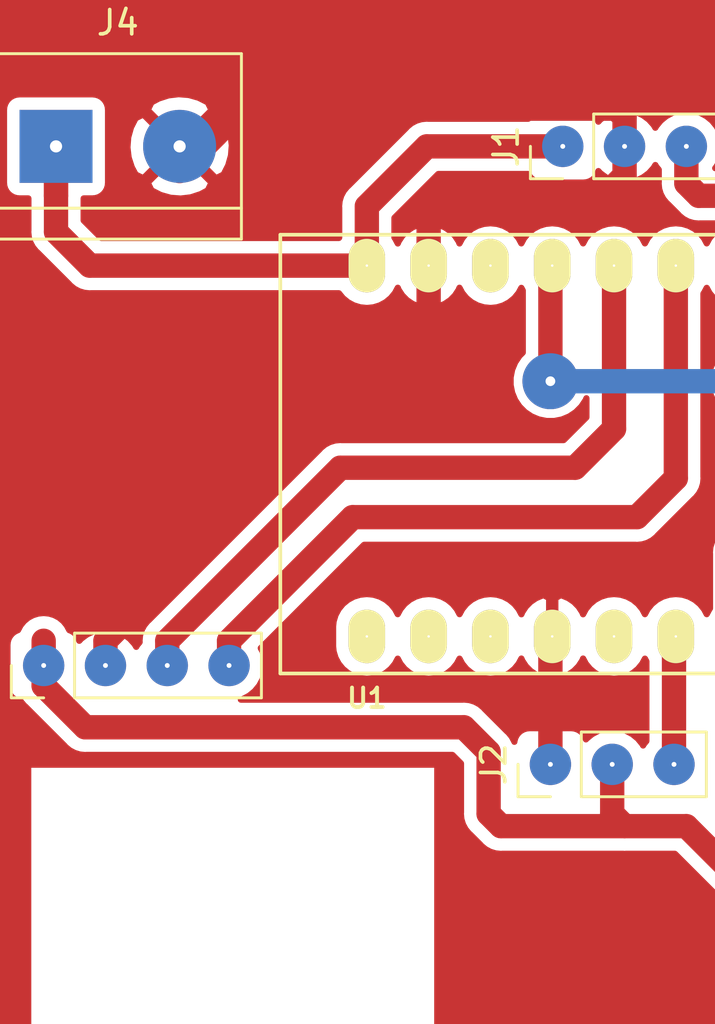
<source format=kicad_pcb>
(kicad_pcb (version 20171130) (host pcbnew "(5.1.2)-1")

  (general
    (thickness 1.6)
    (drawings 14)
    (tracks 141)
    (zones 0)
    (modules 7)
    (nets 29)
  )

  (page A4)
  (layers
    (0 F.Cu signal hide)
    (31 B.Cu signal hide)
    (32 B.Adhes user hide)
    (33 F.Adhes user hide)
    (34 B.Paste user hide)
    (35 F.Paste user hide)
    (36 B.SilkS user hide)
    (37 F.SilkS user hide)
    (38 B.Mask user hide)
    (39 F.Mask user hide)
    (40 Dwgs.User user hide)
    (41 Cmts.User user hide)
    (42 Eco1.User user hide)
    (43 Eco2.User user hide)
    (44 Edge.Cuts user hide)
    (45 Margin user hide)
    (46 B.CrtYd user hide)
    (47 F.CrtYd user)
    (48 B.Fab user hide)
    (49 F.Fab user hide)
  )

  (setup
    (last_trace_width 0.25)
    (user_trace_width 1)
    (trace_clearance 0.2)
    (zone_clearance 0.508)
    (zone_45_only no)
    (trace_min 0.2)
    (via_size 0.8)
    (via_drill 0.4)
    (via_min_size 0.4)
    (via_min_drill 0.3)
    (user_via 2 1)
    (uvia_size 0.3)
    (uvia_drill 0.1)
    (uvias_allowed no)
    (uvia_min_size 0.2)
    (uvia_min_drill 0.1)
    (edge_width 0.05)
    (segment_width 0.2)
    (pcb_text_width 0.3)
    (pcb_text_size 1.5 1.5)
    (mod_edge_width 0.12)
    (mod_text_size 1 1)
    (mod_text_width 0.15)
    (pad_size 1.7 1.7)
    (pad_drill 0.2)
    (pad_to_mask_clearance 0.051)
    (solder_mask_min_width 0.25)
    (aux_axis_origin 0 0)
    (visible_elements 7FFFFFFF)
    (pcbplotparams
      (layerselection 0x010fc_ffffffff)
      (usegerberextensions false)
      (usegerberattributes false)
      (usegerberadvancedattributes false)
      (creategerberjobfile false)
      (excludeedgelayer true)
      (linewidth 0.100000)
      (plotframeref false)
      (viasonmask false)
      (mode 1)
      (useauxorigin false)
      (hpglpennumber 1)
      (hpglpenspeed 20)
      (hpglpendiameter 15.000000)
      (psnegative false)
      (psa4output false)
      (plotreference true)
      (plotvalue true)
      (plotinvisibletext false)
      (padsonsilk false)
      (subtractmaskfromsilk false)
      (outputformat 1)
      (mirror false)
      (drillshape 1)
      (scaleselection 1)
      (outputdirectory ""))
  )

  (net 0 "")
  (net 1 /5V)
  (net 2 /GND)
  (net 3 /D2)
  (net 4 /A0)
  (net 5 /D3)
  (net 6 /3v3)
  (net 7 /A1)
  (net 8 /SDA)
  (net 9 /SCL)
  (net 10 /TX)
  (net 11 /RX)
  (net 12 /ANT)
  (net 13 "Net-(U1-Pad3)")
  (net 14 /DIO0)
  (net 15 /DIO1)
  (net 16 "Net-(U1-Pad9)")
  (net 17 /DIO2)
  (net 18 "Net-(U1-Pad11)")
  (net 19 "Net-(U1-Pad12)")
  (net 20 /NSS)
  (net 21 /MOSI)
  (net 22 /MISO)
  (net 23 /SCK)
  (net 24 "Net-(U1-Pad22)")
  (net 25 "Net-(U2-Pad6)")
  (net 26 "Net-(U2-Pad7)")
  (net 27 "Net-(U2-Pad11)")
  (net 28 "Net-(U2-Pad12)")

  (net_class Default "Esta es la clase de red por defecto."
    (clearance 0.2)
    (trace_width 0.25)
    (via_dia 0.8)
    (via_drill 0.4)
    (uvia_dia 0.3)
    (uvia_drill 0.1)
    (add_net /3v3)
    (add_net /5V)
    (add_net /A0)
    (add_net /A1)
    (add_net /ANT)
    (add_net /D2)
    (add_net /D3)
    (add_net /DIO0)
    (add_net /DIO1)
    (add_net /DIO2)
    (add_net /GND)
    (add_net /MISO)
    (add_net /MOSI)
    (add_net /NSS)
    (add_net /RX)
    (add_net /SCK)
    (add_net /SCL)
    (add_net /SDA)
    (add_net /TX)
    (add_net "Net-(U1-Pad11)")
    (add_net "Net-(U1-Pad12)")
    (add_net "Net-(U1-Pad22)")
    (add_net "Net-(U1-Pad3)")
    (add_net "Net-(U1-Pad9)")
    (add_net "Net-(U2-Pad11)")
    (add_net "Net-(U2-Pad12)")
    (add_net "Net-(U2-Pad6)")
    (add_net "Net-(U2-Pad7)")
  )

  (module mysensors_arduino:pro_mini (layer F.Cu) (tedit 5D61A9CF) (tstamp 5D61A72C)
    (at 133.425001 76.021001)
    (descr "IC, ARDUINO_PRO_MINI x 0,6\"")
    (tags "DIL ARDUINO PRO MINI")
    (path /5D0D7C1E)
    (fp_text reference U1 (at -13.97 10.16) (layer F.SilkS)
      (effects (font (size 0.8 0.8) (thickness 0.16)))
    )
    (fp_text value " " (at 0 0) (layer F.Fab) hide
      (effects (font (size 0.8 0.8) (thickness 0.16)))
    )
    (fp_line (start 15.24 9.144) (end 15.24 -8.89) (layer F.SilkS) (width 0.15))
    (fp_line (start -17.526 -8.89) (end -17.526 9.144) (layer F.SilkS) (width 0.15))
    (fp_line (start 15.24 9.144) (end -17.526 9.144) (layer F.SilkS) (width 0.15))
    (fp_line (start -17.526 -8.89) (end 15.24 -8.89) (layer F.SilkS) (width 0.15))
    (pad 1 thru_hole oval (at -13.97 7.62) (size 1.50114 2.19964) (drill 0.1) (layers *.Mask F.Cu F.SilkS)
      (net 10 /TX))
    (pad 2 thru_hole oval (at -11.43 7.62) (size 1.50114 2.19964) (drill 0.1) (layers *.Mask F.Cu F.SilkS)
      (net 11 /RX))
    (pad 3 thru_hole oval (at -8.89 7.62) (size 1.50114 2.19964) (drill 0.1) (layers *.Mask F.Cu F.SilkS)
      (net 13 "Net-(U1-Pad3)"))
    (pad 4 thru_hole oval (at -6.35 7.62) (size 1.50114 2.19964) (drill 0.1) (layers *.Mask F.Cu F.SilkS)
      (net 2 /GND))
    (pad 5 thru_hole oval (at -3.81 7.62) (size 1.50114 2.19964) (drill 0.1) (layers *.Mask F.Cu F.SilkS)
      (net 3 /D2))
    (pad 6 thru_hole oval (at -1.27 7.62) (size 1.50114 2.19964) (drill 0.1) (layers *.Mask F.Cu F.SilkS)
      (net 5 /D3))
    (pad 7 thru_hole oval (at 1.27 7.62) (size 1.50114 2.19964) (drill 0.1) (layers *.Mask F.Cu F.SilkS)
      (net 14 /DIO0))
    (pad 8 thru_hole oval (at 3.81 7.62) (size 1.50114 2.19964) (drill 0.1) (layers *.Mask F.Cu F.SilkS)
      (net 15 /DIO1))
    (pad 9 thru_hole oval (at 6.35 7.62) (size 1.50114 2.19964) (drill 0.1) (layers *.Mask F.Cu F.SilkS)
      (net 16 "Net-(U1-Pad9)"))
    (pad 10 thru_hole oval (at 8.89 7.62) (size 1.50114 2.19964) (drill 0.1) (layers *.Mask F.Cu F.SilkS)
      (net 17 /DIO2))
    (pad 11 thru_hole oval (at 11.43 7.62) (size 1.50114 2.19964) (drill 0.1) (layers *.Mask F.Cu F.SilkS)
      (net 18 "Net-(U1-Pad11)"))
    (pad 12 thru_hole oval (at 13.97 7.62) (size 1.50114 2.19964) (drill 0.1) (layers *.Mask F.Cu F.SilkS)
      (net 19 "Net-(U1-Pad12)"))
    (pad 13 thru_hole oval (at 13.97 -7.62) (size 1.50114 2.19964) (drill 0.1) (layers *.Mask F.Cu F.SilkS)
      (net 20 /NSS))
    (pad 14 thru_hole oval (at 11.43 -7.62) (size 1.50114 2.19964) (drill 0.1) (layers *.Mask F.Cu F.SilkS)
      (net 21 /MOSI))
    (pad 15 thru_hole oval (at 8.89 -7.62) (size 1.50114 2.19964) (drill 0.1) (layers *.Mask F.Cu F.SilkS)
      (net 22 /MISO))
    (pad 16 thru_hole oval (at 6.35 -7.62) (size 1.50114 2.19964) (drill 0.1) (layers *.Mask F.Cu F.SilkS)
      (net 23 /SCK))
    (pad 17 thru_hole oval (at 3.81 -7.62) (size 1.50114 2.19964) (drill 0.1) (layers *.Mask F.Cu F.SilkS)
      (net 4 /A0))
    (pad 18 thru_hole oval (at 1.27 -7.62) (size 1.50114 2.19964) (drill 0.1) (layers *.Mask F.Cu F.SilkS)
      (net 7 /A1))
    (pad 19 thru_hole oval (at -1.27 -7.62) (size 1.50114 2.19964) (drill 0.1) (layers *.Mask F.Cu F.SilkS)
      (net 9 /SCL))
    (pad 20 thru_hole oval (at -3.81 -7.62) (size 1.50114 2.19964) (drill 0.1) (layers *.Mask F.Cu F.SilkS)
      (net 8 /SDA))
    (pad 21 thru_hole oval (at -6.35 -7.62) (size 1.50114 2.19964) (drill 0.1) (layers *.Mask F.Cu F.SilkS)
      (net 6 /3v3))
    (pad 22 thru_hole oval (at -8.89 -7.62) (size 1.50114 2.19964) (drill 0.1) (layers *.Mask F.Cu F.SilkS)
      (net 24 "Net-(U1-Pad22)"))
    (pad 23 thru_hole oval (at -11.43 -7.62) (size 1.50114 2.19964) (drill 0.1) (layers *.Mask F.Cu F.SilkS)
      (net 2 /GND))
    (pad 24 thru_hole oval (at -13.97 -7.62) (size 1.50114 2.19964) (drill 0.1) (layers *.Mask F.Cu F.SilkS)
      (net 1 /5V))
    (model Socket_Strips.3dshapes/Socket_Strip_Straight_1x02_Pitch2.54mm.wrl
      (offset (xyz -3.809999942779541 5.079999923706055 0))
      (scale (xyz 1 1 1))
      (rotate (xyz 0 0 0))
    )
    (model Socket_Strips.3dshapes/Socket_Strip_Straight_1x03_Pitch2.54mm.wrl
      (offset (xyz 13.96999979019165 2.539999961853027 0))
      (scale (xyz 1 1 1))
      (rotate (xyz 0 0 90))
    )
    (model Socket_Strips.3dshapes/Socket_Strip_Straight_1x12_Pitch2.54mm.wrl
      (offset (xyz 0 7.619999885559082 0))
      (scale (xyz 1 1 1))
      (rotate (xyz 0 0 0))
    )
    (model Socket_Strips.3dshapes/Socket_Strip_Straight_1x12_Pitch2.54mm.wrl
      (offset (xyz 0 -7.619999885559082 0))
      (scale (xyz 1 1 1))
      (rotate (xyz 0 0 0))
    )
    (model Socket_Strips.3dshapes/Socket_Strip_Straight_1x02_Pitch2.54mm.wrl
      (offset (xyz 6.349999904632568 5.079999923706055 0))
      (scale (xyz 1 1 1))
      (rotate (xyz 0 0 0))
    )
    (model ${MYSLOCAL}/mysensors.3dshapes/mysensors_arduino.3dshapes/arduino_pro_mini.wrl
      (offset (xyz -1.269999980926514 0 12.19199981689453))
      (scale (xyz 0.395 0.395 0.395))
      (rotate (xyz 0 0 180))
    )
    (model SMD_Packages.3dshapes/TQFP-32.wrl
      (offset (xyz 1.269999980926514 0 13.01749980449676))
      (scale (xyz 1 1 1))
      (rotate (xyz 0 0 315))
    )
    (model Pin_Headers.3dshapes/Pin_Header_Straight_1x12_Pitch2.54mm.wrl
      (offset (xyz 13.96999979019165 -7.619999885559082 11.30299983024597))
      (scale (xyz 1 1 1))
      (rotate (xyz 0 180 90))
    )
    (model Pin_Headers.3dshapes/Pin_Header_Straight_1x12_Pitch2.54mm.wrl
      (offset (xyz 13.96999979019165 7.619999885559082 11.30299983024597))
      (scale (xyz 1 1 1))
      (rotate (xyz 0 180 90))
    )
    (model Pin_Headers.3dshapes/Pin_Header_Straight_1x03_Pitch2.54mm.wrl
      (offset (xyz 13.96999979019165 5.079999923706055 11.30299983024597))
      (scale (xyz 1 1 1))
      (rotate (xyz 0 180 0))
    )
    (model Pin_Headers.3dshapes/Pin_Header_Straight_1x02_Pitch2.54mm.wrl
      (offset (xyz 7.619999885559082 5.079999923706055 11.30299983024597))
      (scale (xyz 1 1 1))
      (rotate (xyz 0 180 90))
    )
    (model Pin_Headers.3dshapes/Pin_Header_Straight_1x02_Pitch2.54mm.wrl
      (offset (xyz -2.539999961853027 5.079999923706055 11.30299983024597))
      (scale (xyz 1 1 1))
      (rotate (xyz 0 180 90))
    )
    (model ${MYSLOCAL}/mysensors.3dshapes/w.lain.3dshapes/smd_leds/led_0603.wrl
      (offset (xyz -7.619999885559082 0 13.01749980449676))
      (scale (xyz 1 1 1))
      (rotate (xyz 0 0 0))
    )
    (model ${MYSLOCAL}/mysensors.3dshapes/w.lain.3dshapes/smd_leds/led_0603.wrl
      (offset (xyz 13.96999979019165 -4.444999933242798 13.01749980449676))
      (scale (xyz 1 1 1))
      (rotate (xyz 0 0 0))
    )
    (model Pin_Headers.3dshapes/Pin_Header_Angled_1x06_Pitch2.54mm.wrl
      (offset (xyz -16.50999975204468 -6.349999904632568 13.01749980449676))
      (scale (xyz 1 1 1))
      (rotate (xyz 0 0 180))
    )
    (model Resistors_SMD.3dshapes/R_0603.wrl
      (offset (xyz -7.619999885559082 -1.269999980926514 13.01749980449676))
      (scale (xyz 1 1 1))
      (rotate (xyz 0 0 0))
    )
    (model Resistors_SMD.3dshapes/R_0603.wrl
      (offset (xyz 13.96999979019165 -3.174999952316284 13.01749980449676))
      (scale (xyz 1 1 1))
      (rotate (xyz 0 0 0))
    )
    (model Capacitors_SMD.3dshapes/C_0603.wrl
      (offset (xyz -7.619999885559082 1.269999980926514 13.01749980449676))
      (scale (xyz 1 1 1))
      (rotate (xyz 0 0 0))
    )
    (model Capacitors_Tantalum_SMD.3dshapes/CP_Tantalum_Case-S_EIA-3216-12.wrl
      (offset (xyz -8.889999866485596 3.809999942779541 13.01749980449676))
      (scale (xyz 1 1 1))
      (rotate (xyz 0 0 0))
    )
    (model Capacitors_Tantalum_SMD.3dshapes/CP_Tantalum_Case-S_EIA-3216-12.wrl
      (offset (xyz -8.889999866485596 -3.809999942779541 13.01749980449676))
      (scale (xyz 1 1 1))
      (rotate (xyz 0 0 0))
    )
    (model TO_SOT_Packages_SMD.3dshapes/SOT-23-5.wrl
      (offset (xyz -10.15999984741211 0 13.01749980449676))
      (scale (xyz 1 1 1))
      (rotate (xyz 0 0 90))
    )
    (model Capacitors_SMD.3dshapes/C_1210.wrl
      (offset (xyz -12.69999980926514 0 13.01749980449676))
      (scale (xyz 1 1 1))
      (rotate (xyz 0 0 90))
    )
    (model ${MYSLOCAL}/mysensors.3dshapes/w.lain.3dshapes/switch/smd_push.wrl
      (offset (xyz 10.15999984741211 0 13.01749980449676))
      (scale (xyz 1 1 1))
      (rotate (xyz 0 0 90))
    )
  )

  (module Connector_PinHeader_2.54mm:PinHeader_1x04_P2.54mm_Vertical (layer F.Cu) (tedit 5D61AA28) (tstamp 5D65369C)
    (at 106.172 84.836 90)
    (descr "Through hole straight pin header, 1x04, 2.54mm pitch, single row")
    (tags "Through hole pin header THT 1x04 2.54mm single row")
    (path /5D618352)
    (fp_text reference J3 (at 0 -2.33 90) (layer F.SilkS)
      (effects (font (size 1 1) (thickness 0.15)))
    )
    (fp_text value BME280 (at -3.048 4.064) (layer F.CrtYd)
      (effects (font (size 1 1) (thickness 0.15)))
    )
    (fp_line (start -0.635 -1.27) (end 1.27 -1.27) (layer F.Fab) (width 0.1))
    (fp_line (start 1.27 -1.27) (end 1.27 8.89) (layer F.Fab) (width 0.1))
    (fp_line (start 1.27 8.89) (end -1.27 8.89) (layer F.Fab) (width 0.1))
    (fp_line (start -1.27 8.89) (end -1.27 -0.635) (layer F.Fab) (width 0.1))
    (fp_line (start -1.27 -0.635) (end -0.635 -1.27) (layer F.Fab) (width 0.1))
    (fp_line (start -1.33 8.95) (end 1.33 8.95) (layer F.SilkS) (width 0.12))
    (fp_line (start -1.33 1.27) (end -1.33 8.95) (layer F.SilkS) (width 0.12))
    (fp_line (start 1.33 1.27) (end 1.33 8.95) (layer F.SilkS) (width 0.12))
    (fp_line (start -1.33 1.27) (end 1.33 1.27) (layer F.SilkS) (width 0.12))
    (fp_line (start -1.33 0) (end -1.33 -1.33) (layer F.SilkS) (width 0.12))
    (fp_line (start -1.33 -1.33) (end 0 -1.33) (layer F.SilkS) (width 0.12))
    (fp_line (start -1.8 -1.8) (end -1.8 9.4) (layer F.CrtYd) (width 0.05))
    (fp_line (start -1.8 9.4) (end 1.8 9.4) (layer F.CrtYd) (width 0.05))
    (fp_line (start 1.8 9.4) (end 1.8 -1.8) (layer F.CrtYd) (width 0.05))
    (fp_line (start 1.8 -1.8) (end -1.8 -1.8) (layer F.CrtYd) (width 0.05))
    (fp_text user %R (at 0 3.81) (layer F.Fab)
      (effects (font (size 1 1) (thickness 0.15)))
    )
    (pad 1 thru_hole oval (at 0 0 90) (size 1.7 1.7) (drill 0.2) (layers *.Mask F.Cu)
      (net 6 /3v3))
    (pad 2 thru_hole oval (at 0 2.54 90) (size 1.7 1.7) (drill 0.2) (layers *.Mask F.Cu)
      (net 2 /GND))
    (pad 3 thru_hole oval (at 0 5.08 90) (size 1.7 1.7) (drill 0.2) (layers *.Mask F.Cu)
      (net 8 /SDA))
    (pad 4 thru_hole oval (at 0 7.62 90) (size 1.7 1.7) (drill 0.2) (layers *.Mask F.Cu)
      (net 9 /SCL))
    (model ${KISYS3DMOD}/Connector_PinHeader_2.54mm.3dshapes/PinHeader_1x04_P2.54mm_Vertical.wrl
      (at (xyz 0 0 0))
      (scale (xyz 1 1 1))
      (rotate (xyz 0 0 0))
    )
  )

  (module TerminalBlock:TerminalBlock_bornier-2_P5.08mm (layer F.Cu) (tedit 5D61A9FD) (tstamp 5D61A6CB)
    (at 106.68 63.5)
    (descr "simple 2-pin terminal block, pitch 5.08mm, revamped version of bornier2")
    (tags "terminal block bornier2")
    (path /5D623A15)
    (fp_text reference J4 (at 2.54 -5.08) (layer F.SilkS)
      (effects (font (size 1 1) (thickness 0.15)))
    )
    (fp_text value "Entrada 5V" (at 2.54 5.588) (layer F.CrtYd)
      (effects (font (size 1 1) (thickness 0.15)))
    )
    (fp_text user %R (at 2.54 0) (layer F.Fab)
      (effects (font (size 1 1) (thickness 0.15)))
    )
    (fp_line (start -2.41 2.55) (end 7.49 2.55) (layer F.Fab) (width 0.1))
    (fp_line (start -2.46 -3.75) (end -2.46 3.75) (layer F.Fab) (width 0.1))
    (fp_line (start -2.46 3.75) (end 7.54 3.75) (layer F.Fab) (width 0.1))
    (fp_line (start 7.54 3.75) (end 7.54 -3.75) (layer F.Fab) (width 0.1))
    (fp_line (start 7.54 -3.75) (end -2.46 -3.75) (layer F.Fab) (width 0.1))
    (fp_line (start 7.62 2.54) (end -2.54 2.54) (layer F.SilkS) (width 0.12))
    (fp_line (start 7.62 3.81) (end 7.62 -3.81) (layer F.SilkS) (width 0.12))
    (fp_line (start 7.62 -3.81) (end -2.54 -3.81) (layer F.SilkS) (width 0.12))
    (fp_line (start -2.54 -3.81) (end -2.54 3.81) (layer F.SilkS) (width 0.12))
    (fp_line (start -2.54 3.81) (end 7.62 3.81) (layer F.SilkS) (width 0.12))
    (fp_line (start -2.71 -4) (end 7.79 -4) (layer F.CrtYd) (width 0.05))
    (fp_line (start -2.71 -4) (end -2.71 4) (layer F.CrtYd) (width 0.05))
    (fp_line (start 7.79 4) (end 7.79 -4) (layer F.CrtYd) (width 0.05))
    (fp_line (start 7.79 4) (end -2.71 4) (layer F.CrtYd) (width 0.05))
    (pad 1 thru_hole rect (at 0 0) (size 3 3) (drill 0.5) (layers *.Mask F.Cu)
      (net 1 /5V))
    (pad 2 thru_hole circle (at 5.08 0) (size 3 3) (drill 0.5) (layers *.Mask F.Cu)
      (net 2 /GND))
    (model ${KISYS3DMOD}/TerminalBlock.3dshapes/TerminalBlock_bornier-2_P5.08mm.wrl
      (offset (xyz 2.539999961853027 0 0))
      (scale (xyz 1 1 1))
      (rotate (xyz 0 0 0))
    )
  )

  (module Connector_Coaxial2:U.FL_Molex_MCRF_73412-0110_Vertical (layer F.Cu) (tedit 5A1B5B59) (tstamp 5D61A705)
    (at 152.4 89.916 180)
    (descr "Molex Microcoaxial RF Connectors (MCRF), mates Hirose U.FL, (http://www.molex.com/pdm_docs/sd/734120110_sd.pdf)")
    (tags "mcrf hirose ufl u.fl microcoaxial")
    (path /5D5F9F61)
    (attr smd)
    (fp_text reference J6 (at 0 3.5) (layer F.SilkS)
      (effects (font (size 1 1) (thickness 0.15)))
    )
    (fp_text value "Conector Antena" (at 0 -3.302) (layer F.CrtYd)
      (effects (font (size 1 1) (thickness 0.15)))
    )
    (fp_line (start 0 1) (end 0.3 1.3) (layer F.Fab) (width 0.1))
    (fp_line (start -0.3 1.3) (end 0 1) (layer F.Fab) (width 0.1))
    (fp_line (start 0.7 1.5) (end 0.7 2) (layer F.SilkS) (width 0.12))
    (fp_line (start -0.7 1.5) (end -0.7 2) (layer F.SilkS) (width 0.12))
    (fp_text user %R (at 0 3.5) (layer F.Fab)
      (effects (font (size 1 1) (thickness 0.15)))
    )
    (fp_circle (center 0 0) (end 0 0.05) (layer F.Fab) (width 0.1))
    (fp_circle (center 0 0) (end 0 0.125) (layer F.Fab) (width 0.1))
    (fp_line (start -0.7 1.5) (end -1.3 1.5) (layer F.SilkS) (width 0.12))
    (fp_line (start -1.3 1.5) (end -1.5 1.3) (layer F.SilkS) (width 0.12))
    (fp_line (start 1.5 1.3) (end 1.5 1.5) (layer F.SilkS) (width 0.12))
    (fp_line (start 1.5 1.5) (end 0.7 1.5) (layer F.SilkS) (width 0.12))
    (fp_line (start 0.7 -1.5) (end 1.5 -1.5) (layer F.SilkS) (width 0.12))
    (fp_line (start 1.5 -1.5) (end 1.5 -1.3) (layer F.SilkS) (width 0.12))
    (fp_line (start -1.5 -1.3) (end -1.5 -1.5) (layer F.SilkS) (width 0.12))
    (fp_line (start -1.5 -1.5) (end -0.7 -1.5) (layer F.SilkS) (width 0.12))
    (fp_circle (center 0 0) (end 0.9 0) (layer F.Fab) (width 0.1))
    (fp_line (start -1.3 -1.3) (end 1.3 -1.3) (layer F.Fab) (width 0.1))
    (fp_line (start -1.3 -1.3) (end -1.3 1) (layer F.Fab) (width 0.1))
    (fp_line (start -1.3 1) (end -1 1.3) (layer F.Fab) (width 0.1))
    (fp_line (start 1.3 -1.3) (end 1.3 1.3) (layer F.Fab) (width 0.1))
    (fp_line (start -2.5 -2.5) (end -2.5 2.5) (layer F.CrtYd) (width 0.05))
    (fp_line (start -2.5 2.5) (end 2.5 2.5) (layer F.CrtYd) (width 0.05))
    (fp_line (start 2.5 2.5) (end 2.5 -2.5) (layer F.CrtYd) (width 0.05))
    (fp_line (start 2.5 -2.5) (end -2.5 -2.5) (layer F.CrtYd) (width 0.05))
    (fp_line (start -1 1.3) (end 1.3 1.3) (layer F.Fab) (width 0.1))
    (fp_circle (center 0 0) (end 0 0.2) (layer F.Fab) (width 0.1))
    (pad 2 smd rect (at -1.475 0 180) (size 1.05 2.2) (layers F.Cu F.Paste F.Mask)
      (net 2 /GND))
    (pad 2 smd rect (at 1.475 0 180) (size 1.05 2.2) (layers F.Cu F.Paste F.Mask)
      (net 2 /GND))
    (pad 2 smd rect (at 0 -1.5 180) (size 1 1) (layers F.Cu F.Paste F.Mask)
      (net 2 /GND))
    (pad 1 smd rect (at 0 1.5 180) (size 1 1) (layers F.Cu F.Paste F.Mask)
      (net 12 /ANT))
    (model ${KISYS3DMOD}/Connector_Coaxial.3dshapes/U.FL_Molex_MCRF_73412-0110_Vertical.wrl
      (at (xyz 0 0 0))
      (scale (xyz 1 1 1))
      (rotate (xyz 0 0 0))
    )
  )

  (module RF_Module:HOPERF_RFM9XW_SMD (layer F.Cu) (tedit 5C227243) (tstamp 5D61A751)
    (at 159.512 76.2 270)
    (descr "Low Power Long Range Transceiver Module SMD-16 (https://www.hoperf.com/data/upload/portal/20181127/5bfcbea20e9ef.pdf)")
    (tags "LoRa Low Power Long Range Transceiver Module")
    (path /5D0D95FE)
    (attr smd)
    (fp_text reference U2 (at 0 -9.2 90) (layer F.SilkS)
      (effects (font (size 1 1) (thickness 0.15)))
    )
    (fp_text value RFM95W (at 0 -9.652 270) (layer F.CrtYd)
      (effects (font (size 1 1) (thickness 0.15)))
    )
    (fp_line (start -7 -8) (end 8 -8) (layer F.Fab) (width 0.1))
    (fp_line (start 8 8) (end 8 -8) (layer F.Fab) (width 0.1))
    (fp_line (start -8 8) (end 8 8) (layer F.Fab) (width 0.1))
    (fp_line (start -8 8) (end -8 -7) (layer F.Fab) (width 0.1))
    (fp_text user %R (at 0 0 90) (layer F.Fab)
      (effects (font (size 1 1) (thickness 0.15)))
    )
    (fp_line (start -9.25 -8.25) (end 9.25 -8.25) (layer F.CrtYd) (width 0.05))
    (fp_line (start 9.25 -8.25) (end 9.25 8.25) (layer F.CrtYd) (width 0.05))
    (fp_line (start -9.25 8.25) (end 9.25 8.25) (layer F.CrtYd) (width 0.05))
    (fp_line (start -9.25 8.25) (end -9.25 -8.25) (layer F.CrtYd) (width 0.05))
    (fp_line (start -8.1 -8.1) (end 8.1 -8.1) (layer F.SilkS) (width 0.12))
    (fp_line (start 8.1 -8.1) (end 8.1 -7.7) (layer F.SilkS) (width 0.12))
    (fp_line (start -8.1 7.7) (end -8.1 8.1) (layer F.SilkS) (width 0.12))
    (fp_line (start -8.1 8.1) (end 8.1 8.1) (layer F.SilkS) (width 0.12))
    (fp_line (start 8.1 8.1) (end 8.1 7.7) (layer F.SilkS) (width 0.12))
    (fp_line (start -8.1 -8.1) (end -8.1 -7.75) (layer F.SilkS) (width 0.12))
    (fp_line (start -8.1 -7.75) (end -9 -7.75) (layer F.SilkS) (width 0.12))
    (fp_line (start -7 -8) (end -8 -7) (layer F.Fab) (width 0.1))
    (pad 1 smd rect (at -8 -7 270) (size 2 1) (layers F.Cu F.Paste F.Mask)
      (net 2 /GND))
    (pad 2 smd rect (at -8 -5 270) (size 2 1) (layers F.Cu F.Paste F.Mask)
      (net 22 /MISO))
    (pad 3 smd rect (at -8 -3 270) (size 2 1) (layers F.Cu F.Paste F.Mask)
      (net 21 /MOSI))
    (pad 4 smd rect (at -8 -1 270) (size 2 1) (layers F.Cu F.Paste F.Mask)
      (net 23 /SCK))
    (pad 5 smd rect (at -8 1 270) (size 2 1) (layers F.Cu F.Paste F.Mask)
      (net 20 /NSS))
    (pad 6 smd rect (at -8 3 270) (size 2 1) (layers F.Cu F.Paste F.Mask)
      (net 25 "Net-(U2-Pad6)"))
    (pad 7 smd rect (at -8 5 270) (size 2 1) (layers F.Cu F.Paste F.Mask)
      (net 26 "Net-(U2-Pad7)"))
    (pad 8 smd rect (at -8 7 270) (size 2 1) (layers F.Cu F.Paste F.Mask)
      (net 2 /GND))
    (pad 9 smd rect (at 8 7 270) (size 2 1) (layers F.Cu F.Paste F.Mask)
      (net 12 /ANT))
    (pad 10 smd rect (at 8 5 270) (size 2 1) (layers F.Cu F.Paste F.Mask)
      (net 2 /GND))
    (pad 11 smd rect (at 8 3 270) (size 2 1) (layers F.Cu F.Paste F.Mask)
      (net 27 "Net-(U2-Pad11)"))
    (pad 12 smd rect (at 8 1 270) (size 2 1) (layers F.Cu F.Paste F.Mask)
      (net 28 "Net-(U2-Pad12)"))
    (pad 13 smd rect (at 8 -1 270) (size 2 1) (layers F.Cu F.Paste F.Mask)
      (net 6 /3v3))
    (pad 14 smd rect (at 8 -3 270) (size 2 1) (layers F.Cu F.Paste F.Mask)
      (net 14 /DIO0))
    (pad 15 smd rect (at 8 -5 270) (size 2 1) (layers F.Cu F.Paste F.Mask)
      (net 15 /DIO1))
    (pad 16 smd rect (at 8 -7 270) (size 2 1) (layers F.Cu F.Paste F.Mask)
      (net 17 /DIO2))
    (model ${KISYS3DMOD}/RF_Module.3dshapes/HOPERF_RFM9XW_SMD.wrl
      (at (xyz 0 0 0))
      (scale (xyz 1 1 1))
      (rotate (xyz 0 0 0))
    )
  )

  (module Connector_PinHeader_2.54mm:PinHeader_1x03_P2.54mm_Vertical (layer F.Cu) (tedit 5D61AA14) (tstamp 5D61B5F5)
    (at 127.508 63.5 90)
    (descr "Through hole straight pin header, 1x03, 2.54mm pitch, single row")
    (tags "Through hole pin header THT 1x03 2.54mm single row")
    (path /5D636245)
    (fp_text reference J1 (at 0 -2.33 90) (layer F.SilkS)
      (effects (font (size 1 1) (thickness 0.15)))
    )
    (fp_text value "Sensor de Humo" (at -2.54 2.54) (layer F.CrtYd)
      (effects (font (size 1 1) (thickness 0.15)))
    )
    (fp_line (start -0.635 -1.27) (end 1.27 -1.27) (layer F.Fab) (width 0.1))
    (fp_line (start 1.27 -1.27) (end 1.27 6.35) (layer F.Fab) (width 0.1))
    (fp_line (start 1.27 6.35) (end -1.27 6.35) (layer F.Fab) (width 0.1))
    (fp_line (start -1.27 6.35) (end -1.27 -0.635) (layer F.Fab) (width 0.1))
    (fp_line (start -1.27 -0.635) (end -0.635 -1.27) (layer F.Fab) (width 0.1))
    (fp_line (start -1.33 6.41) (end 1.33 6.41) (layer F.SilkS) (width 0.12))
    (fp_line (start -1.33 1.27) (end -1.33 6.41) (layer F.SilkS) (width 0.12))
    (fp_line (start 1.33 1.27) (end 1.33 6.41) (layer F.SilkS) (width 0.12))
    (fp_line (start -1.33 1.27) (end 1.33 1.27) (layer F.SilkS) (width 0.12))
    (fp_line (start -1.33 0) (end -1.33 -1.33) (layer F.SilkS) (width 0.12))
    (fp_line (start -1.33 -1.33) (end 0 -1.33) (layer F.SilkS) (width 0.12))
    (fp_line (start -1.8 -1.8) (end -1.8 6.85) (layer F.CrtYd) (width 0.05))
    (fp_line (start -1.8 6.85) (end 1.8 6.85) (layer F.CrtYd) (width 0.05))
    (fp_line (start 1.8 6.85) (end 1.8 -1.8) (layer F.CrtYd) (width 0.05))
    (fp_line (start 1.8 -1.8) (end -1.8 -1.8) (layer F.CrtYd) (width 0.05))
    (fp_text user %R (at 0 2.54) (layer F.Fab)
      (effects (font (size 1 1) (thickness 0.15)))
    )
    (pad 1 thru_hole oval (at 0 0 90) (size 1.7 1.7) (drill 0.2) (layers *.Mask F.Cu)
      (net 1 /5V))
    (pad 2 thru_hole oval (at 0 2.54 90) (size 1.7 1.7) (drill 0.2) (layers *.Mask F.Cu)
      (net 2 /GND))
    (pad 3 thru_hole oval (at 0 5.08 90) (size 1.7 1.7) (drill 0.2) (layers *.Mask F.Cu)
      (net 4 /A0))
    (model ${KISYS3DMOD}/Connector_PinHeader_2.54mm.3dshapes/PinHeader_1x03_P2.54mm_Vertical.wrl
      (at (xyz 0 0 0))
      (scale (xyz 1 1 1))
      (rotate (xyz 0 0 0))
    )
  )

  (module Connector_PinHeader_2.54mm:PinHeader_1x03_P2.54mm_Vertical (layer F.Cu) (tedit 59FED5CC) (tstamp 5D61BA51)
    (at 127 88.9 90)
    (descr "Through hole straight pin header, 1x03, 2.54mm pitch, single row")
    (tags "Through hole pin header THT 1x03 2.54mm single row")
    (path /5D63AC82)
    (fp_text reference J2 (at 0 -2.33 90) (layer F.SilkS)
      (effects (font (size 1 1) (thickness 0.15)))
    )
    (fp_text value "Sensor de Llama" (at -3.048 2.54) (layer F.CrtYd)
      (effects (font (size 1 1) (thickness 0.15)))
    )
    (fp_line (start -0.635 -1.27) (end 1.27 -1.27) (layer F.Fab) (width 0.1))
    (fp_line (start 1.27 -1.27) (end 1.27 6.35) (layer F.Fab) (width 0.1))
    (fp_line (start 1.27 6.35) (end -1.27 6.35) (layer F.Fab) (width 0.1))
    (fp_line (start -1.27 6.35) (end -1.27 -0.635) (layer F.Fab) (width 0.1))
    (fp_line (start -1.27 -0.635) (end -0.635 -1.27) (layer F.Fab) (width 0.1))
    (fp_line (start -1.33 6.41) (end 1.33 6.41) (layer F.SilkS) (width 0.12))
    (fp_line (start -1.33 1.27) (end -1.33 6.41) (layer F.SilkS) (width 0.12))
    (fp_line (start 1.33 1.27) (end 1.33 6.41) (layer F.SilkS) (width 0.12))
    (fp_line (start -1.33 1.27) (end 1.33 1.27) (layer F.SilkS) (width 0.12))
    (fp_line (start -1.33 0) (end -1.33 -1.33) (layer F.SilkS) (width 0.12))
    (fp_line (start -1.33 -1.33) (end 0 -1.33) (layer F.SilkS) (width 0.12))
    (fp_line (start -1.8 -1.8) (end -1.8 6.85) (layer F.CrtYd) (width 0.05))
    (fp_line (start -1.8 6.85) (end 1.8 6.85) (layer F.CrtYd) (width 0.05))
    (fp_line (start 1.8 6.85) (end 1.8 -1.8) (layer F.CrtYd) (width 0.05))
    (fp_line (start 1.8 -1.8) (end -1.8 -1.8) (layer F.CrtYd) (width 0.05))
    (fp_text user %R (at 0 2.54) (layer F.Fab)
      (effects (font (size 1 1) (thickness 0.15)))
    )
    (pad 1 thru_hole oval (at 0 0 90) (size 1.7 1.7) (drill 0.2) (layers *.Mask F.Cu)
      (net 2 /GND))
    (pad 2 thru_hole oval (at 0 2.54 90) (size 1.7 1.7) (drill 0.2) (layers *.Mask F.Cu)
      (net 6 /3v3))
    (pad 3 thru_hole oval (at 0 5.08 90) (size 1.7 1.7) (drill 0.2) (layers *.Mask F.Cu)
      (net 5 /D3))
    (model ${KISYS3DMOD}/Connector_PinHeader_2.54mm.3dshapes/PinHeader_1x03_P2.54mm_Vertical.wrl
      (at (xyz 0 0 0))
      (scale (xyz 1 1 1))
      (rotate (xyz 0 0 0))
    )
  )

  (gr_text "Arduino Pro Mini 3v3" (at 116.84 75.692 90) (layer F.CrtYd) (tstamp 5D6534C6)
    (effects (font (size 1 1) (thickness 0.2)))
  )
  (gr_text D3 (at 132.08 86.36) (layer F.CrtYd) (tstamp 5D61C1CA)
    (effects (font (size 0.8 0.8) (thickness 0.2)))
  )
  (gr_text 3v3 (at 129.54 86.36) (layer F.CrtYd) (tstamp 5D61C1C5)
    (effects (font (size 0.8 0.8) (thickness 0.2)))
  )
  (gr_text GND (at 126.746 86.36) (layer F.CrtYd) (tstamp 5D61C1C3)
    (effects (font (size 0.8 0.8) (thickness 0.2)))
  )
  (gr_text SCL (at 114.3 82.296) (layer F.CrtYd) (tstamp 5D61C1B4)
    (effects (font (size 0.8 0.8) (thickness 0.2)))
  )
  (gr_text SDA (at 111.506 82.296) (layer F.CrtYd) (tstamp 5D61C1B0)
    (effects (font (size 0.8 0.8) (thickness 0.2)))
  )
  (gr_text GND (at 108.458 82.296) (layer F.CrtYd) (tstamp 5D61C1AC)
    (effects (font (size 0.8 0.8) (thickness 0.2)))
  )
  (gr_text 3v3 (at 105.664 82.296) (layer F.CrtYd) (tstamp 5D61C1A8)
    (effects (font (size 0.8 0.8) (thickness 0.2)))
  )
  (gr_text A0 (at 132.842 60.452) (layer F.CrtYd) (tstamp 5D61C1A4)
    (effects (font (size 0.8 0.8) (thickness 0.2)))
  )
  (gr_text GND (at 130.048 60.452) (layer F.CrtYd) (tstamp 5D61C19D)
    (effects (font (size 0.8 0.8) (thickness 0.2)))
  )
  (gr_text +5V (at 127 60.452) (layer F.CrtYd) (tstamp 5D61C199)
    (effects (font (size 0.8 0.8) (thickness 0.2)))
  )
  (gr_text GND (at 111.76 58.42) (layer F.CrtYd) (tstamp 5D61C195)
    (effects (font (size 1 1) (thickness 0.2)))
  )
  (gr_text +5V (at 106.68 58.42) (layer F.CrtYd)
    (effects (font (size 1 1) (thickness 0.2)))
  )
  (gr_text "Sensor de\nIncendios\nLoRaWAN" (at 106.172 94.488) (layer F.CrtYd)
    (effects (font (size 2 2) (thickness 0.4)) (justify left))
  )

  (segment (start 127.508 63.5) (end 121.92 63.5) (width 1) (layer F.Cu) (net 1))
  (segment (start 119.455001 65.964999) (end 119.455001 68.401001) (width 1) (layer F.Cu) (net 1))
  (segment (start 121.92 63.5) (end 119.455001 65.964999) (width 1) (layer F.Cu) (net 1))
  (segment (start 108.065001 68.401001) (end 106.68 67.016) (width 1) (layer F.Cu) (net 1))
  (segment (start 119.455001 68.401001) (end 108.065001 68.401001) (width 1) (layer F.Cu) (net 1))
  (segment (start 106.68 65.532) (end 106.68 63.5) (width 1) (layer F.Cu) (net 1))
  (segment (start 106.68 65.532) (end 106.68 64.516) (width 1) (layer F.Cu) (net 1))
  (segment (start 106.68 67.016) (end 106.68 65.532) (width 1) (layer F.Cu) (net 1))
  (segment (start 153.875 89.916) (end 153.924 89.916) (width 1) (layer F.Cu) (net 2))
  (segment (start 154.512 89.328) (end 154.512 84.2) (width 1) (layer F.Cu) (net 2))
  (segment (start 153.924 89.916) (end 154.512 89.328) (width 1) (layer F.Cu) (net 2))
  (segment (start 153.875 89.941) (end 152.4 91.416) (width 1) (layer F.Cu) (net 2))
  (segment (start 153.875 89.916) (end 153.875 89.941) (width 1) (layer F.Cu) (net 2))
  (segment (start 152.4 91.391) (end 150.925 89.916) (width 1) (layer F.Cu) (net 2))
  (segment (start 152.4 91.416) (end 152.4 91.391) (width 1) (layer F.Cu) (net 2))
  (segment (start 121.995001 66.301181) (end 121.995001 68.401001) (width 1) (layer F.Cu) (net 2))
  (segment (start 122.256182 66.04) (end 121.995001 66.301181) (width 1) (layer F.Cu) (net 2))
  (segment (start 128.710081 66.04) (end 122.256182 66.04) (width 1) (layer F.Cu) (net 2))
  (segment (start 130.048 64.702081) (end 128.710081 66.04) (width 1) (layer F.Cu) (net 2))
  (segment (start 130.048 63.5) (end 130.048 64.702081) (width 1) (layer F.Cu) (net 2))
  (segment (start 113.259999 63.016001) (end 111.76 64.516) (width 1) (layer F.Cu) (net 2))
  (segment (start 114.326001 61.949999) (end 113.259999 63.016001) (width 1) (layer F.Cu) (net 2))
  (segment (start 129.70008 61.949999) (end 114.326001 61.949999) (width 1) (layer F.Cu) (net 2))
  (segment (start 130.048 62.297919) (end 129.70008 61.949999) (width 1) (layer F.Cu) (net 2))
  (segment (start 130.048 63.5) (end 130.048 62.297919) (width 1) (layer F.Cu) (net 2))
  (segment (start 108.712 83.82) (end 117.856 74.676) (width 1) (layer F.Cu) (net 2))
  (segment (start 117.856 74.676) (end 120.904 74.676) (width 1) (layer F.Cu) (net 2))
  (segment (start 121.995001 73.584999) (end 121.995001 68.401001) (width 1) (layer F.Cu) (net 2))
  (segment (start 120.904 74.676) (end 121.995001 73.584999) (width 1) (layer F.Cu) (net 2))
  (segment (start 127 83.716002) (end 127.075001 83.641001) (width 1) (layer F.Cu) (net 2))
  (segment (start 127 88.9) (end 127 83.716002) (width 1) (layer F.Cu) (net 2))
  (via (at 149.86 73.66) (size 2) (drill 1) (layers F.Cu B.Cu) (net 2))
  (via (at 149.86 81.28) (size 2) (drill 1) (layers F.Cu B.Cu) (net 2))
  (via (at 149.86 68.58) (size 2) (drill 1) (layers F.Cu B.Cu) (net 2))
  (segment (start 149.86 68.58) (end 149.86 73.66) (width 1) (layer B.Cu) (net 2))
  (segment (start 149.86 81.28) (end 149.86 73.66) (width 1) (layer B.Cu) (net 2))
  (segment (start 112.776 63.5) (end 113.259999 63.016001) (width 1) (layer F.Cu) (net 2))
  (segment (start 111.76 63.5) (end 112.776 63.5) (width 1) (layer F.Cu) (net 2))
  (segment (start 108.712 84.836) (end 108.712 83.82) (width 1) (layer F.Cu) (net 2))
  (segment (start 132.588 65.024) (end 132.588 63.5) (width 1) (layer F.Cu) (net 4))
  (segment (start 137.235001 68.051751) (end 137.16 67.97675) (width 1) (layer F.Cu) (net 4))
  (segment (start 137.235001 68.401001) (end 137.235001 68.051751) (width 1) (layer F.Cu) (net 4))
  (segment (start 137.16 67.97675) (end 137.16 67.056) (width 1) (layer F.Cu) (net 4))
  (segment (start 137.16 67.056) (end 135.636 65.532) (width 1) (layer F.Cu) (net 4))
  (segment (start 135.636 65.532) (end 133.096 65.532) (width 1) (layer F.Cu) (net 4))
  (segment (start 133.096 65.532) (end 132.588 65.024) (width 1) (layer F.Cu) (net 4))
  (segment (start 132.08 83.716002) (end 132.155001 83.641001) (width 1) (layer F.Cu) (net 5))
  (segment (start 132.08 88.9) (end 132.08 83.716002) (width 1) (layer F.Cu) (net 5))
  (segment (start 160.528 76.2) (end 155.054679 76.2) (width 1) (layer F.Cu) (net 6))
  (segment (start 127.075001 68.750251) (end 127.075001 68.401001) (width 1) (layer F.Cu) (net 6))
  (via (at 135.128 73.152) (size 2.3) (drill 0.4) (layers F.Cu B.Cu) (net 6))
  (segment (start 138.176 76.2) (end 160.528 76.2) (width 1) (layer F.Cu) (net 6))
  (segment (start 135.128 73.152) (end 138.176 76.2) (width 1) (layer F.Cu) (net 6))
  (via (at 127 73.152) (size 2.3) (drill 0.4) (layers F.Cu B.Cu) (net 6))
  (segment (start 135.128 73.152) (end 127 73.152) (width 1) (layer B.Cu) (net 6))
  (segment (start 127 68.476002) (end 127.075001 68.401001) (width 1) (layer F.Cu) (net 6))
  (segment (start 127 73.152) (end 127 68.476002) (width 1) (layer F.Cu) (net 6))
  (segment (start 167.132 76.2) (end 160.528 76.2) (width 1) (layer F.Cu) (net 6))
  (segment (start 165.1 98.044) (end 168.656 94.488) (width 1) (layer F.Cu) (net 6))
  (segment (start 139.192 98.044) (end 165.1 98.044) (width 1) (layer F.Cu) (net 6))
  (segment (start 132.588 91.44) (end 139.192 98.044) (width 1) (layer F.Cu) (net 6))
  (segment (start 106.172 85.67) (end 107.878 87.376) (width 1) (layer F.Cu) (net 6))
  (segment (start 106.172 83.82) (end 106.172 85.67) (width 1) (layer F.Cu) (net 6))
  (segment (start 123.444 87.376) (end 124.46 88.392) (width 1) (layer F.Cu) (net 6))
  (segment (start 124.46 88.392) (end 124.46 90.932) (width 1) (layer F.Cu) (net 6))
  (segment (start 168.656 77.724) (end 167.132 76.2) (width 1) (layer F.Cu) (net 6))
  (segment (start 107.878 87.376) (end 123.444 87.376) (width 1) (layer F.Cu) (net 6))
  (segment (start 124.46 90.932) (end 124.968 91.44) (width 1) (layer F.Cu) (net 6))
  (segment (start 129.54 90.932) (end 130.048 91.44) (width 1) (layer F.Cu) (net 6))
  (segment (start 129.54 88.9) (end 129.54 90.932) (width 1) (layer F.Cu) (net 6))
  (segment (start 124.968 91.44) (end 130.048 91.44) (width 1) (layer F.Cu) (net 6))
  (segment (start 130.048 91.44) (end 132.588 91.44) (width 1) (layer F.Cu) (net 6))
  (segment (start 160.512 84.2) (end 160.512 89.392) (width 1) (layer F.Cu) (net 6))
  (via (at 160.512 89.392) (size 2.3) (drill 0.4) (layers F.Cu B.Cu) (net 6))
  (via (at 169.164 89.408) (size 2.3) (drill 0.4) (layers F.Cu B.Cu) (net 6))
  (segment (start 160.512 89.392) (end 169.148 89.392) (width 1) (layer B.Cu) (net 6))
  (segment (start 169.148 89.392) (end 169.164 89.408) (width 1) (layer B.Cu) (net 6))
  (segment (start 168.656 88.9) (end 168.656 88.392) (width 1) (layer F.Cu) (net 6))
  (segment (start 169.164 89.408) (end 168.656 88.9) (width 1) (layer F.Cu) (net 6))
  (segment (start 168.656 94.488) (end 168.656 88.392) (width 1) (layer F.Cu) (net 6))
  (segment (start 168.656 88.392) (end 168.656 77.724) (width 1) (layer F.Cu) (net 6))
  (segment (start 129.615001 75.108999) (end 129.615001 68.401001) (width 1) (layer F.Cu) (net 8))
  (segment (start 128.016 76.708) (end 129.615001 75.108999) (width 1) (layer F.Cu) (net 8))
  (segment (start 111.252 83.82) (end 118.364 76.708) (width 1) (layer F.Cu) (net 8))
  (segment (start 118.364 76.708) (end 128.016 76.708) (width 1) (layer F.Cu) (net 8))
  (segment (start 111.252 84.836) (end 111.252 83.82) (width 1) (layer F.Cu) (net 8))
  (segment (start 113.792 83.82) (end 118.872 78.74) (width 1) (layer F.Cu) (net 9))
  (segment (start 118.872 78.74) (end 130.556 78.74) (width 1) (layer F.Cu) (net 9))
  (segment (start 132.155001 77.140999) (end 132.155001 68.401001) (width 1) (layer F.Cu) (net 9))
  (segment (start 130.556 78.74) (end 132.155001 77.140999) (width 1) (layer F.Cu) (net 9))
  (segment (start 113.792 84.836) (end 113.792 83.82) (width 1) (layer F.Cu) (net 9))
  (segment (start 152.512 88.304) (end 152.4 88.416) (width 1) (layer F.Cu) (net 12))
  (segment (start 152.512 84.2) (end 152.512 88.304) (width 1) (layer F.Cu) (net 12))
  (segment (start 162.512 83.439998) (end 162.56 83.391998) (width 1) (layer F.Cu) (net 14))
  (segment (start 162.512 84.2) (end 162.512 83.439998) (width 1) (layer F.Cu) (net 14))
  (segment (start 162.56 83.391998) (end 162.56 79.756) (width 1) (layer F.Cu) (net 14))
  (segment (start 162.56 79.756) (end 161.544 78.74) (width 1) (layer F.Cu) (net 14))
  (segment (start 161.544 78.74) (end 136.144 78.74) (width 1) (layer F.Cu) (net 14))
  (segment (start 134.695001 80.188999) (end 134.695001 83.641001) (width 1) (layer F.Cu) (net 14))
  (segment (start 136.144 78.74) (end 134.695001 80.188999) (width 1) (layer F.Cu) (net 14))
  (segment (start 164.512 84.7) (end 164.592 84.78) (width 1) (layer F.Cu) (net 15))
  (segment (start 164.512 84.2) (end 164.512 84.7) (width 1) (layer F.Cu) (net 15))
  (segment (start 164.592 84.78) (end 164.592 92.456) (width 1) (layer F.Cu) (net 15))
  (segment (start 164.592 92.456) (end 163.576 93.472) (width 1) (layer F.Cu) (net 15))
  (segment (start 163.576 93.472) (end 138.684 93.472) (width 1) (layer F.Cu) (net 15))
  (segment (start 137.235001 92.023001) (end 137.235001 83.641001) (width 1) (layer F.Cu) (net 15))
  (segment (start 138.684 93.472) (end 137.235001 92.023001) (width 1) (layer F.Cu) (net 15))
  (via (at 142.24 90.932) (size 2.3) (drill 0.4) (layers F.Cu B.Cu) (net 17))
  (segment (start 142.24 90.932) (end 142.24 96.012) (width 1) (layer B.Cu) (net 17))
  (via (at 142.24 96.012) (size 2.3) (drill 0.4) (layers F.Cu B.Cu) (net 17))
  (segment (start 142.24 96.012) (end 164.084 96.012) (width 1) (layer F.Cu) (net 17))
  (segment (start 166.512 93.584) (end 166.512 84.2) (width 1) (layer F.Cu) (net 17))
  (segment (start 164.084 96.012) (end 166.512 93.584) (width 1) (layer F.Cu) (net 17))
  (segment (start 142.315001 90.856999) (end 142.24 90.932) (width 1) (layer F.Cu) (net 17))
  (segment (start 142.315001 83.641001) (end 142.315001 90.856999) (width 1) (layer F.Cu) (net 17))
  (segment (start 147.395001 66.301181) (end 147.395001 68.401001) (width 1) (layer F.Cu) (net 20))
  (segment (start 147.656182 66.04) (end 147.395001 66.301181) (width 1) (layer F.Cu) (net 20))
  (segment (start 158.352 66.04) (end 147.656182 66.04) (width 1) (layer F.Cu) (net 20))
  (segment (start 158.512 66.2) (end 158.352 66.04) (width 1) (layer F.Cu) (net 20))
  (segment (start 158.512 68.2) (end 158.512 66.2) (width 1) (layer F.Cu) (net 20))
  (segment (start 144.855001 70.500821) (end 144.855001 68.401001) (width 1) (layer F.Cu) (net 21))
  (segment (start 144.96618 70.612) (end 144.855001 70.500821) (width 1) (layer F.Cu) (net 21))
  (segment (start 160.860002 70.612) (end 144.96618 70.612) (width 1) (layer F.Cu) (net 21))
  (segment (start 162.512 68.960002) (end 160.860002 70.612) (width 1) (layer F.Cu) (net 21))
  (segment (start 162.512 68.2) (end 162.512 68.960002) (width 1) (layer F.Cu) (net 21))
  (segment (start 142.315001 62.916999) (end 142.315001 68.401001) (width 1) (layer F.Cu) (net 22))
  (segment (start 142.924001 62.307999) (end 142.315001 62.916999) (width 1) (layer F.Cu) (net 22))
  (segment (start 163.399999 62.307999) (end 142.924001 62.307999) (width 1) (layer F.Cu) (net 22))
  (segment (start 164.512 63.42) (end 163.399999 62.307999) (width 1) (layer F.Cu) (net 22))
  (segment (start 164.512 68.2) (end 164.512 63.42) (width 1) (layer F.Cu) (net 22))
  (segment (start 160.512 66.2) (end 160.528 66.184) (width 1) (layer F.Cu) (net 23))
  (segment (start 160.512 68.2) (end 160.512 66.2) (width 1) (layer F.Cu) (net 23))
  (segment (start 160.528 66.184) (end 160.528 65.024) (width 1) (layer F.Cu) (net 23))
  (segment (start 160.528 65.024) (end 159.512 64.008) (width 1) (layer F.Cu) (net 23))
  (via (at 145.288 64.008) (size 2.3) (drill 0.4) (layers F.Cu B.Cu) (net 23))
  (segment (start 159.512 64.008) (end 146.707343 64.008) (width 1) (layer F.Cu) (net 23))
  (segment (start 146.707343 64.008) (end 145.288 64.008) (width 1) (layer F.Cu) (net 23))
  (segment (start 145.288 64.008) (end 139.7 64.008) (width 1) (layer B.Cu) (net 23))
  (via (at 139.7 64.008) (size 2.3) (drill 0.4) (layers F.Cu B.Cu) (net 23))
  (segment (start 139.7 68.326) (end 139.775001 68.401001) (width 1) (layer F.Cu) (net 23))
  (segment (start 139.7 64.008) (end 139.7 68.326) (width 1) (layer F.Cu) (net 23))

  (zone (net 2) (net_name /GND) (layer F.Cu) (tstamp 0) (hatch edge 0.508)
    (connect_pads (clearance 0.508))
    (min_thickness 0.254)
    (fill yes (arc_segments 32) (thermal_gap 0.508) (thermal_bridge_width 0.508))
    (polygon
      (pts
        (xy 101.6 55.88) (xy 171.45 55.88) (xy 171.45 100.838) (xy 101.6 100.838)
      )
    )
    (filled_polygon
      (pts
        (xy 171.323 100.711) (xy 101.727 100.711) (xy 101.727 88.913) (xy 105.537 88.913) (xy 105.537 100.383)
        (xy 122.349857 100.383) (xy 122.349857 88.913) (xy 105.537 88.913) (xy 101.727 88.913) (xy 101.727 83.986)
        (xy 104.683928 83.986) (xy 104.683928 85.686) (xy 104.696188 85.810482) (xy 104.732498 85.93018) (xy 104.791463 86.040494)
        (xy 104.870815 86.137185) (xy 104.967506 86.216537) (xy 105.07782 86.275502) (xy 105.197518 86.311812) (xy 105.233332 86.315339)
        (xy 105.365552 86.476449) (xy 105.40886 86.511991) (xy 107.036009 88.13914) (xy 107.071551 88.182449) (xy 107.244377 88.324284)
        (xy 107.441553 88.429676) (xy 107.655501 88.494577) (xy 107.822248 88.511) (xy 107.822257 88.511) (xy 107.877999 88.51649)
        (xy 107.933741 88.511) (xy 122.973869 88.511) (xy 123.325 88.862132) (xy 123.325001 90.876239) (xy 123.319509 90.932)
        (xy 123.341423 91.154498) (xy 123.406324 91.368446) (xy 123.455384 91.46023) (xy 123.511717 91.565623) (xy 123.653552 91.738449)
        (xy 123.69686 91.773991) (xy 124.126004 92.203135) (xy 124.161551 92.246449) (xy 124.334377 92.388284) (xy 124.531553 92.493676)
        (xy 124.745501 92.558577) (xy 124.912248 92.575) (xy 124.912257 92.575) (xy 124.967999 92.58049) (xy 125.023741 92.575)
        (xy 129.992257 92.575) (xy 130.047999 92.58049) (xy 130.103741 92.575) (xy 132.117869 92.575) (xy 138.350009 98.807141)
        (xy 138.385551 98.850449) (xy 138.558377 98.992284) (xy 138.755553 99.097676) (xy 138.969501 99.162577) (xy 139.136248 99.179)
        (xy 139.136257 99.179) (xy 139.191999 99.18449) (xy 139.247741 99.179) (xy 165.044249 99.179) (xy 165.1 99.184491)
        (xy 165.155751 99.179) (xy 165.155752 99.179) (xy 165.322499 99.162577) (xy 165.536447 99.097676) (xy 165.733623 98.992284)
        (xy 165.906449 98.850449) (xy 165.941996 98.807135) (xy 169.419141 95.329991) (xy 169.462449 95.294449) (xy 169.604284 95.121623)
        (xy 169.709676 94.924447) (xy 169.774577 94.710499) (xy 169.791 94.543752) (xy 169.791 94.543743) (xy 169.79649 94.488001)
        (xy 169.791 94.432259) (xy 169.791 90.917999) (xy 169.938463 90.856918) (xy 170.206252 90.677987) (xy 170.433987 90.450252)
        (xy 170.612918 90.182463) (xy 170.736168 89.884912) (xy 170.799 89.569033) (xy 170.799 89.246967) (xy 170.736168 88.931088)
        (xy 170.612918 88.633537) (xy 170.433987 88.365748) (xy 170.206252 88.138013) (xy 169.938463 87.959082) (xy 169.791 87.898001)
        (xy 169.791 77.779741) (xy 169.79649 77.723999) (xy 169.791 77.668257) (xy 169.791 77.668248) (xy 169.774577 77.501501)
        (xy 169.709676 77.287553) (xy 169.604284 77.090377) (xy 169.462449 76.917551) (xy 169.41914 76.882009) (xy 167.973996 75.436865)
        (xy 167.938449 75.393551) (xy 167.765623 75.251716) (xy 167.568447 75.146324) (xy 167.354499 75.081423) (xy 167.187752 75.065)
        (xy 167.187751 75.065) (xy 167.132 75.059509) (xy 167.076249 75.065) (xy 138.646132 75.065) (xy 136.763 73.181869)
        (xy 136.763 72.990967) (xy 136.700168 72.675088) (xy 136.576918 72.377537) (xy 136.397987 72.109748) (xy 136.170252 71.882013)
        (xy 135.902463 71.703082) (xy 135.604912 71.579832) (xy 135.289033 71.517) (xy 134.966967 71.517) (xy 134.651088 71.579832)
        (xy 134.353537 71.703082) (xy 134.085748 71.882013) (xy 133.858013 72.109748) (xy 133.679082 72.377537) (xy 133.555832 72.675088)
        (xy 133.493 72.990967) (xy 133.493 73.313033) (xy 133.555832 73.628912) (xy 133.679082 73.926463) (xy 133.858013 74.194252)
        (xy 134.085748 74.421987) (xy 134.353537 74.600918) (xy 134.651088 74.724168) (xy 134.966967 74.787) (xy 135.157869 74.787)
        (xy 137.334009 76.963141) (xy 137.369551 77.006449) (xy 137.542377 77.148284) (xy 137.739553 77.253676) (xy 137.953501 77.318577)
        (xy 138.176 77.340491) (xy 138.231751 77.335) (xy 166.661869 77.335) (xy 167.521001 78.194133) (xy 167.521001 82.819264)
        (xy 167.463185 82.748815) (xy 167.366494 82.669463) (xy 167.25618 82.610498) (xy 167.136482 82.574188) (xy 167.012 82.561928)
        (xy 166.012 82.561928) (xy 165.887518 82.574188) (xy 165.76782 82.610498) (xy 165.657506 82.669463) (xy 165.560815 82.748815)
        (xy 165.512 82.808296) (xy 165.463185 82.748815) (xy 165.366494 82.669463) (xy 165.25618 82.610498) (xy 165.136482 82.574188)
        (xy 165.012 82.561928) (xy 164.012 82.561928) (xy 163.887518 82.574188) (xy 163.76782 82.610498) (xy 163.695 82.649422)
        (xy 163.695 79.811751) (xy 163.700491 79.756) (xy 163.678577 79.533501) (xy 163.613676 79.319553) (xy 163.508284 79.122377)
        (xy 163.366449 78.949551) (xy 163.32314 78.914008) (xy 162.385996 77.976864) (xy 162.350449 77.933551) (xy 162.177623 77.791716)
        (xy 161.980447 77.686324) (xy 161.766499 77.621423) (xy 161.599752 77.605) (xy 161.599751 77.605) (xy 161.544 77.599509)
        (xy 161.488249 77.605) (xy 136.199751 77.605) (xy 136.143999 77.599509) (xy 136.088248 77.605) (xy 135.921501 77.621423)
        (xy 135.707553 77.686324) (xy 135.510377 77.791716) (xy 135.337551 77.933551) (xy 135.302011 77.976857) (xy 133.931866 79.347003)
        (xy 133.888552 79.38255) (xy 133.746717 79.555376) (xy 133.641326 79.752552) (xy 133.641325 79.752553) (xy 133.576424 79.966501)
        (xy 133.55451 80.188999) (xy 133.560001 80.244751) (xy 133.560002 82.490666) (xy 133.537367 82.518246) (xy 133.425001 82.728469)
        (xy 133.312635 82.518245) (xy 133.139486 82.307265) (xy 132.928506 82.134117) (xy 132.6878 82.005458) (xy 132.426619 81.926229)
        (xy 132.155001 81.899477) (xy 131.883382 81.926229) (xy 131.622201 82.005458) (xy 131.381495 82.134117) (xy 131.170515 82.307266)
        (xy 130.997367 82.518246) (xy 130.885001 82.728469) (xy 130.772635 82.518245) (xy 130.599486 82.307265) (xy 130.388506 82.134117)
        (xy 130.1478 82.005458) (xy 129.886619 81.926229) (xy 129.615001 81.899477) (xy 129.343382 81.926229) (xy 129.082201 82.005458)
        (xy 128.841495 82.134117) (xy 128.630515 82.307266) (xy 128.457367 82.518246) (xy 128.342583 82.732993) (xy 128.3065 82.644184)
        (xy 128.156503 82.416373) (xy 127.964944 82.222203) (xy 127.739186 82.069135) (xy 127.487903 81.963051) (xy 127.416276 81.948868)
        (xy 127.202001 82.071522) (xy 127.202001 83.514001) (xy 127.222001 83.514001) (xy 127.222001 83.768001) (xy 127.202001 83.768001)
        (xy 127.202001 85.21048) (xy 127.416276 85.333134) (xy 127.487903 85.318951) (xy 127.739186 85.212867) (xy 127.964944 85.059799)
        (xy 128.156503 84.865629) (xy 128.3065 84.637818) (xy 128.342583 84.54901) (xy 128.457367 84.763757) (xy 128.630516 84.974737)
        (xy 128.841496 85.147885) (xy 129.082202 85.276544) (xy 129.343383 85.355773) (xy 129.615001 85.382525) (xy 129.88662 85.355773)
        (xy 130.147801 85.276544) (xy 130.388507 85.147885) (xy 130.599487 84.974737) (xy 130.772635 84.763757) (xy 130.885001 84.553533)
        (xy 130.945001 84.665786) (xy 130.945 87.942183) (xy 130.839294 88.070986) (xy 130.81 88.125791) (xy 130.780706 88.070986)
        (xy 130.595134 87.844866) (xy 130.369014 87.659294) (xy 130.111034 87.521401) (xy 129.831111 87.436487) (xy 129.61295 87.415)
        (xy 129.46705 87.415) (xy 129.248889 87.436487) (xy 128.968966 87.521401) (xy 128.710986 87.659294) (xy 128.484866 87.844866)
        (xy 128.460393 87.874687) (xy 128.439502 87.80582) (xy 128.380537 87.695506) (xy 128.301185 87.598815) (xy 128.204494 87.519463)
        (xy 128.09418 87.460498) (xy 127.974482 87.424188) (xy 127.85 87.411928) (xy 127.28575 87.415) (xy 127.127 87.57375)
        (xy 127.127 88.773) (xy 127.147 88.773) (xy 127.147 89.027) (xy 127.127 89.027) (xy 127.127 89.047)
        (xy 126.873 89.047) (xy 126.873 89.027) (xy 126.853 89.027) (xy 126.853 88.773) (xy 126.873 88.773)
        (xy 126.873 87.57375) (xy 126.71425 87.415) (xy 126.15 87.411928) (xy 126.025518 87.424188) (xy 125.90582 87.460498)
        (xy 125.795506 87.519463) (xy 125.698815 87.598815) (xy 125.619463 87.695506) (xy 125.560498 87.80582) (xy 125.524188 87.925518)
        (xy 125.519378 87.974351) (xy 125.513676 87.955553) (xy 125.497622 87.925518) (xy 125.408284 87.758377) (xy 125.266449 87.585551)
        (xy 125.22314 87.550008) (xy 124.285996 86.612864) (xy 124.250449 86.569551) (xy 124.077623 86.427716) (xy 123.880447 86.322324)
        (xy 123.666499 86.257423) (xy 123.499752 86.241) (xy 123.499751 86.241) (xy 123.444 86.235509) (xy 123.388249 86.241)
        (xy 114.276002 86.241) (xy 114.363034 86.214599) (xy 114.621014 86.076706) (xy 114.847134 85.891134) (xy 115.032706 85.665014)
        (xy 115.170599 85.407034) (xy 115.255513 85.127111) (xy 115.284185 84.836) (xy 115.255513 84.544889) (xy 115.170599 84.264966)
        (xy 115.094513 84.122618) (xy 115.993446 83.223685) (xy 118.069431 83.223685) (xy 118.069431 84.058318) (xy 118.089479 84.26187)
        (xy 118.168708 84.523051) (xy 118.297367 84.763757) (xy 118.470516 84.974737) (xy 118.681496 85.147885) (xy 118.922202 85.276544)
        (xy 119.183383 85.355773) (xy 119.455001 85.382525) (xy 119.72662 85.355773) (xy 119.987801 85.276544) (xy 120.228507 85.147885)
        (xy 120.439487 84.974737) (xy 120.612635 84.763757) (xy 120.725001 84.553533) (xy 120.837367 84.763757) (xy 121.010516 84.974737)
        (xy 121.221496 85.147885) (xy 121.462202 85.276544) (xy 121.723383 85.355773) (xy 121.995001 85.382525) (xy 122.26662 85.355773)
        (xy 122.527801 85.276544) (xy 122.768507 85.147885) (xy 122.979487 84.974737) (xy 123.152635 84.763757) (xy 123.265001 84.553533)
        (xy 123.377367 84.763757) (xy 123.550516 84.974737) (xy 123.761496 85.147885) (xy 124.002202 85.276544) (xy 124.263383 85.355773)
        (xy 124.535001 85.382525) (xy 124.80662 85.355773) (xy 125.067801 85.276544) (xy 125.308507 85.147885) (xy 125.519487 84.974737)
        (xy 125.692635 84.763757) (xy 125.807419 84.54901) (xy 125.843502 84.637818) (xy 125.993499 84.865629) (xy 126.185058 85.059799)
        (xy 126.410816 85.212867) (xy 126.662099 85.318951) (xy 126.733726 85.333134) (xy 126.948001 85.21048) (xy 126.948001 83.768001)
        (xy 126.928001 83.768001) (xy 126.928001 83.514001) (xy 126.948001 83.514001) (xy 126.948001 82.071522) (xy 126.733726 81.948868)
        (xy 126.662099 81.963051) (xy 126.410816 82.069135) (xy 126.185058 82.222203) (xy 125.993499 82.416373) (xy 125.843502 82.644184)
        (xy 125.807419 82.732992) (xy 125.692635 82.518245) (xy 125.519486 82.307265) (xy 125.308506 82.134117) (xy 125.0678 82.005458)
        (xy 124.806619 81.926229) (xy 124.535001 81.899477) (xy 124.263382 81.926229) (xy 124.002201 82.005458) (xy 123.761495 82.134117)
        (xy 123.550515 82.307266) (xy 123.377367 82.518246) (xy 123.265001 82.728469) (xy 123.152635 82.518245) (xy 122.979486 82.307265)
        (xy 122.768506 82.134117) (xy 122.5278 82.005458) (xy 122.266619 81.926229) (xy 121.995001 81.899477) (xy 121.723382 81.926229)
        (xy 121.462201 82.005458) (xy 121.221495 82.134117) (xy 121.010515 82.307266) (xy 120.837367 82.518246) (xy 120.725001 82.728469)
        (xy 120.612635 82.518245) (xy 120.439486 82.307265) (xy 120.228506 82.134117) (xy 119.9878 82.005458) (xy 119.726619 81.926229)
        (xy 119.455001 81.899477) (xy 119.183382 81.926229) (xy 118.922201 82.005458) (xy 118.681495 82.134117) (xy 118.470515 82.307266)
        (xy 118.297367 82.518246) (xy 118.168708 82.758952) (xy 118.089479 83.020133) (xy 118.069431 83.223685) (xy 115.993446 83.223685)
        (xy 119.342132 79.875) (xy 130.500249 79.875) (xy 130.556 79.880491) (xy 130.611751 79.875) (xy 130.611752 79.875)
        (xy 130.778499 79.858577) (xy 130.992447 79.793676) (xy 131.189623 79.688284) (xy 131.362449 79.546449) (xy 131.397996 79.503135)
        (xy 132.918141 77.98299) (xy 132.96145 77.947448) (xy 133.103285 77.774622) (xy 133.208677 77.577446) (xy 133.273578 77.363498)
        (xy 133.290001 77.196751) (xy 133.290001 77.19675) (xy 133.295492 77.140999) (xy 133.290001 77.085248) (xy 133.290001 69.551336)
        (xy 133.312635 69.523757) (xy 133.425001 69.313533) (xy 133.537367 69.523757) (xy 133.710516 69.734737) (xy 133.921496 69.907885)
        (xy 134.162202 70.036544) (xy 134.423383 70.115773) (xy 134.695001 70.142525) (xy 134.96662 70.115773) (xy 135.227801 70.036544)
        (xy 135.468507 69.907885) (xy 135.679487 69.734737) (xy 135.852635 69.523757) (xy 135.965001 69.313533) (xy 136.077367 69.523757)
        (xy 136.250516 69.734737) (xy 136.461496 69.907885) (xy 136.702202 70.036544) (xy 136.963383 70.115773) (xy 137.235001 70.142525)
        (xy 137.50662 70.115773) (xy 137.767801 70.036544) (xy 138.008507 69.907885) (xy 138.219487 69.734737) (xy 138.392635 69.523757)
        (xy 138.505001 69.313533) (xy 138.617367 69.523757) (xy 138.790516 69.734737) (xy 139.001496 69.907885) (xy 139.242202 70.036544)
        (xy 139.503383 70.115773) (xy 139.775001 70.142525) (xy 140.04662 70.115773) (xy 140.307801 70.036544) (xy 140.548507 69.907885)
        (xy 140.759487 69.734737) (xy 140.932635 69.523757) (xy 141.045001 69.313533) (xy 141.157367 69.523757) (xy 141.330516 69.734737)
        (xy 141.541496 69.907885) (xy 141.782202 70.036544) (xy 142.043383 70.115773) (xy 142.315001 70.142525) (xy 142.58662 70.115773)
        (xy 142.847801 70.036544) (xy 143.088507 69.907885) (xy 143.299487 69.734737) (xy 143.472635 69.523757) (xy 143.585001 69.313533)
        (xy 143.697367 69.523757) (xy 143.720001 69.551337) (xy 143.720001 70.445069) (xy 143.71451 70.500821) (xy 143.720001 70.556572)
        (xy 143.736424 70.723319) (xy 143.801325 70.937267) (xy 143.906717 71.134444) (xy 144.048552 71.30727) (xy 144.091866 71.342817)
        (xy 144.124184 71.375135) (xy 144.159731 71.418449) (xy 144.332557 71.560284) (xy 144.529733 71.665676) (xy 144.743681 71.730577)
        (xy 144.910428 71.747) (xy 144.910429 71.747) (xy 144.96618 71.752491) (xy 145.021932 71.747) (xy 160.804251 71.747)
        (xy 160.860002 71.752491) (xy 160.915753 71.747) (xy 160.915754 71.747) (xy 161.082501 71.730577) (xy 161.296449 71.665676)
        (xy 161.493625 71.560284) (xy 161.666451 71.418449) (xy 161.701998 71.375135) (xy 163.27514 69.801993) (xy 163.318449 69.766451)
        (xy 163.33341 69.748221) (xy 163.366494 69.730537) (xy 163.463185 69.651185) (xy 163.512 69.591704) (xy 163.560815 69.651185)
        (xy 163.657506 69.730537) (xy 163.76782 69.789502) (xy 163.887518 69.825812) (xy 164.012 69.838072) (xy 165.012 69.838072)
        (xy 165.136482 69.825812) (xy 165.25618 69.789502) (xy 165.366494 69.730537) (xy 165.463185 69.651185) (xy 165.512 69.591704)
        (xy 165.560815 69.651185) (xy 165.657506 69.730537) (xy 165.76782 69.789502) (xy 165.887518 69.825812) (xy 166.012 69.838072)
        (xy 166.22625 69.835) (xy 166.385 69.67625) (xy 166.385 68.327) (xy 166.639 68.327) (xy 166.639 69.67625)
        (xy 166.79775 69.835) (xy 167.012 69.838072) (xy 167.136482 69.825812) (xy 167.25618 69.789502) (xy 167.366494 69.730537)
        (xy 167.463185 69.651185) (xy 167.542537 69.554494) (xy 167.601502 69.44418) (xy 167.637812 69.324482) (xy 167.650072 69.2)
        (xy 167.647 68.48575) (xy 167.48825 68.327) (xy 166.639 68.327) (xy 166.385 68.327) (xy 166.365 68.327)
        (xy 166.365 68.073) (xy 166.385 68.073) (xy 166.385 66.72375) (xy 166.639 66.72375) (xy 166.639 68.073)
        (xy 167.48825 68.073) (xy 167.647 67.91425) (xy 167.650072 67.2) (xy 167.637812 67.075518) (xy 167.601502 66.95582)
        (xy 167.542537 66.845506) (xy 167.463185 66.748815) (xy 167.366494 66.669463) (xy 167.25618 66.610498) (xy 167.136482 66.574188)
        (xy 167.012 66.561928) (xy 166.79775 66.565) (xy 166.639 66.72375) (xy 166.385 66.72375) (xy 166.22625 66.565)
        (xy 166.012 66.561928) (xy 165.887518 66.574188) (xy 165.76782 66.610498) (xy 165.657506 66.669463) (xy 165.647 66.678085)
        (xy 165.647 63.475752) (xy 165.652491 63.42) (xy 165.630577 63.197501) (xy 165.565676 62.983553) (xy 165.460284 62.786377)
        (xy 165.425871 62.744445) (xy 165.318449 62.613551) (xy 165.27514 62.578008) (xy 164.241995 61.544863) (xy 164.206448 61.50155)
        (xy 164.033622 61.359715) (xy 163.836446 61.254323) (xy 163.622498 61.189422) (xy 163.455751 61.172999) (xy 163.45575 61.172999)
        (xy 163.399999 61.167508) (xy 163.344248 61.172999) (xy 142.979752 61.172999) (xy 142.924 61.167508) (xy 142.868249 61.172999)
        (xy 142.701502 61.189422) (xy 142.487554 61.254323) (xy 142.290378 61.359715) (xy 142.117552 61.50155) (xy 142.082005 61.544864)
        (xy 141.551866 62.075003) (xy 141.508552 62.11055) (xy 141.366717 62.283376) (xy 141.285229 62.435832) (xy 141.261325 62.480553)
        (xy 141.196424 62.694501) (xy 141.17451 62.916999) (xy 141.180001 62.972751) (xy 141.180001 63.308578) (xy 141.148918 63.233537)
        (xy 140.969987 62.965748) (xy 140.742252 62.738013) (xy 140.474463 62.559082) (xy 140.176912 62.435832) (xy 139.861033 62.373)
        (xy 139.538967 62.373) (xy 139.223088 62.435832) (xy 138.925537 62.559082) (xy 138.657748 62.738013) (xy 138.430013 62.965748)
        (xy 138.251082 63.233537) (xy 138.127832 63.531088) (xy 138.065 63.846967) (xy 138.065 64.169033) (xy 138.127832 64.484912)
        (xy 138.251082 64.782463) (xy 138.430013 65.050252) (xy 138.565 65.185239) (xy 138.565001 67.376217) (xy 138.505001 67.488469)
        (xy 138.392635 67.278245) (xy 138.295 67.159278) (xy 138.295 67.111741) (xy 138.30049 67.055999) (xy 138.295 67.000257)
        (xy 138.295 67.000249) (xy 138.278577 66.833501) (xy 138.213676 66.619553) (xy 138.108284 66.422377) (xy 137.966449 66.249551)
        (xy 137.92314 66.214009) (xy 136.477996 64.768865) (xy 136.442449 64.725551) (xy 136.269623 64.583716) (xy 136.072447 64.478324)
        (xy 135.858499 64.413423) (xy 135.691752 64.397) (xy 135.691751 64.397) (xy 135.636 64.391509) (xy 135.580249 64.397)
        (xy 133.772911 64.397) (xy 133.828706 64.329014) (xy 133.966599 64.071034) (xy 134.051513 63.791111) (xy 134.080185 63.5)
        (xy 134.051513 63.208889) (xy 133.966599 62.928966) (xy 133.828706 62.670986) (xy 133.643134 62.444866) (xy 133.417014 62.259294)
        (xy 133.159034 62.121401) (xy 132.879111 62.036487) (xy 132.66095 62.015) (xy 132.51505 62.015) (xy 132.296889 62.036487)
        (xy 132.016966 62.121401) (xy 131.758986 62.259294) (xy 131.532866 62.444866) (xy 131.347294 62.670986) (xy 131.312799 62.735523)
        (xy 131.243178 62.618645) (xy 131.048269 62.402412) (xy 130.81492 62.228359) (xy 130.552099 62.103175) (xy 130.40489 62.058524)
        (xy 130.175 62.179845) (xy 130.175 63.373) (xy 130.195 63.373) (xy 130.195 63.627) (xy 130.175 63.627)
        (xy 130.175 64.820155) (xy 130.40489 64.941476) (xy 130.552099 64.896825) (xy 130.81492 64.771641) (xy 131.048269 64.597588)
        (xy 131.243178 64.381355) (xy 131.312799 64.264477) (xy 131.347294 64.329014) (xy 131.453 64.457817) (xy 131.453 64.968248)
        (xy 131.447509 65.024) (xy 131.454556 65.095552) (xy 131.469423 65.246498) (xy 131.534324 65.460446) (xy 131.639716 65.657623)
        (xy 131.781551 65.830449) (xy 131.824865 65.865996) (xy 132.254004 66.295135) (xy 132.289551 66.338449) (xy 132.462377 66.480284)
        (xy 132.659553 66.585676) (xy 132.873501 66.650577) (xy 133.040248 66.667) (xy 133.040257 66.667) (xy 133.095999 66.67249)
        (xy 133.151741 66.667) (xy 134.618618 66.667) (xy 134.423382 66.686229) (xy 134.162201 66.765458) (xy 133.921495 66.894117)
        (xy 133.710515 67.067266) (xy 133.537367 67.278246) (xy 133.425001 67.488469) (xy 133.312635 67.278245) (xy 133.139486 67.067265)
        (xy 132.928506 66.894117) (xy 132.6878 66.765458) (xy 132.426619 66.686229) (xy 132.155001 66.659477) (xy 131.883382 66.686229)
        (xy 131.622201 66.765458) (xy 131.381495 66.894117) (xy 131.170515 67.067266) (xy 130.997367 67.278246) (xy 130.885001 67.488469)
        (xy 130.772635 67.278245) (xy 130.599486 67.067265) (xy 130.388506 66.894117) (xy 130.1478 66.765458) (xy 129.886619 66.686229)
        (xy 129.615001 66.659477) (xy 129.343382 66.686229) (xy 129.082201 66.765458) (xy 128.841495 66.894117) (xy 128.630515 67.067266)
        (xy 128.457367 67.278246) (xy 128.345001 67.488469) (xy 128.232635 67.278245) (xy 128.059486 67.067265) (xy 127.848506 66.894117)
        (xy 127.6078 66.765458) (xy 127.346619 66.686229) (xy 127.075001 66.659477) (xy 126.803382 66.686229) (xy 126.542201 66.765458)
        (xy 126.301495 66.894117) (xy 126.090515 67.067266) (xy 125.917367 67.278246) (xy 125.805001 67.488469) (xy 125.692635 67.278245)
        (xy 125.519486 67.067265) (xy 125.308506 66.894117) (xy 125.0678 66.765458) (xy 124.806619 66.686229) (xy 124.535001 66.659477)
        (xy 124.263382 66.686229) (xy 124.002201 66.765458) (xy 123.761495 66.894117) (xy 123.550515 67.067266) (xy 123.377367 67.278246)
        (xy 123.262583 67.492993) (xy 123.2265 67.404184) (xy 123.076503 67.176373) (xy 122.884944 66.982203) (xy 122.659186 66.829135)
        (xy 122.407903 66.723051) (xy 122.336276 66.708868) (xy 122.122001 66.831522) (xy 122.122001 68.274001) (xy 122.142001 68.274001)
        (xy 122.142001 68.528001) (xy 122.122001 68.528001) (xy 122.122001 69.97048) (xy 122.336276 70.093134) (xy 122.407903 70.078951)
        (xy 122.659186 69.972867) (xy 122.884944 69.819799) (xy 123.076503 69.625629) (xy 123.2265 69.397818) (xy 123.262583 69.30901)
        (xy 123.377367 69.523757) (xy 123.550516 69.734737) (xy 123.761496 69.907885) (xy 124.002202 70.036544) (xy 124.263383 70.115773)
        (xy 124.535001 70.142525) (xy 124.80662 70.115773) (xy 125.067801 70.036544) (xy 125.308507 69.907885) (xy 125.519487 69.734737)
        (xy 125.692635 69.523757) (xy 125.805001 69.313533) (xy 125.865001 69.425786) (xy 125.865 71.974761) (xy 125.730013 72.109748)
        (xy 125.551082 72.377537) (xy 125.427832 72.675088) (xy 125.365 72.990967) (xy 125.365 73.313033) (xy 125.427832 73.628912)
        (xy 125.551082 73.926463) (xy 125.730013 74.194252) (xy 125.957748 74.421987) (xy 126.225537 74.600918) (xy 126.523088 74.724168)
        (xy 126.838967 74.787) (xy 127.161033 74.787) (xy 127.476912 74.724168) (xy 127.774463 74.600918) (xy 128.042252 74.421987)
        (xy 128.269987 74.194252) (xy 128.448918 73.926463) (xy 128.480001 73.851422) (xy 128.480001 74.638867) (xy 127.545869 75.573)
        (xy 118.419752 75.573) (xy 118.364 75.567509) (xy 118.308248 75.573) (xy 118.141501 75.589423) (xy 117.927553 75.654324)
        (xy 117.730377 75.759716) (xy 117.557551 75.901551) (xy 117.522011 75.944857) (xy 110.48886 82.978009) (xy 110.445552 83.013551)
        (xy 110.303717 83.186377) (xy 110.198324 83.383553) (xy 110.133423 83.597501) (xy 110.117068 83.763554) (xy 110.111509 83.82)
        (xy 110.117 83.875751) (xy 110.117 83.878183) (xy 110.011294 84.006986) (xy 109.976799 84.071523) (xy 109.907178 83.954645)
        (xy 109.712269 83.738412) (xy 109.47892 83.564359) (xy 109.216099 83.439175) (xy 109.06889 83.394524) (xy 108.839 83.515845)
        (xy 108.839 84.709) (xy 108.859 84.709) (xy 108.859 84.963) (xy 108.839 84.963) (xy 108.839 84.983)
        (xy 108.585 84.983) (xy 108.585 84.963) (xy 108.565 84.963) (xy 108.565 84.709) (xy 108.585 84.709)
        (xy 108.585 83.515845) (xy 108.35511 83.394524) (xy 108.207901 83.439175) (xy 107.94508 83.564359) (xy 107.711731 83.738412)
        (xy 107.635966 83.822466) (xy 107.611502 83.74182) (xy 107.552537 83.631506) (xy 107.473185 83.534815) (xy 107.376494 83.455463)
        (xy 107.26618 83.396498) (xy 107.225896 83.384278) (xy 107.225676 83.383553) (xy 107.120284 83.186377) (xy 106.978449 83.013551)
        (xy 106.805623 82.871716) (xy 106.608446 82.766324) (xy 106.394498 82.701423) (xy 106.172 82.679509) (xy 105.949501 82.701423)
        (xy 105.735553 82.766324) (xy 105.538377 82.871716) (xy 105.365551 83.013551) (xy 105.223716 83.186377) (xy 105.118324 83.383554)
        (xy 105.118104 83.384278) (xy 105.07782 83.396498) (xy 104.967506 83.455463) (xy 104.870815 83.534815) (xy 104.791463 83.631506)
        (xy 104.732498 83.74182) (xy 104.696188 83.861518) (xy 104.683928 83.986) (xy 101.727 83.986) (xy 101.727 62)
        (xy 104.541928 62) (xy 104.541928 65) (xy 104.554188 65.124482) (xy 104.590498 65.24418) (xy 104.649463 65.354494)
        (xy 104.728815 65.451185) (xy 104.825506 65.530537) (xy 104.93582 65.589502) (xy 105.055518 65.625812) (xy 105.18 65.638072)
        (xy 105.545 65.638072) (xy 105.545 66.960249) (xy 105.539509 67.016) (xy 105.545 67.071751) (xy 105.561423 67.238498)
        (xy 105.626324 67.452446) (xy 105.731716 67.649623) (xy 105.873551 67.822449) (xy 105.916865 67.857996) (xy 107.223009 69.164141)
        (xy 107.258552 69.20745) (xy 107.431378 69.349285) (xy 107.628554 69.454677) (xy 107.792706 69.504472) (xy 107.842501 69.519578)
        (xy 107.863494 69.521645) (xy 108.009249 69.536001) (xy 108.009256 69.536001) (xy 108.065 69.541491) (xy 108.120744 69.536001)
        (xy 118.307416 69.536001) (xy 118.470516 69.734737) (xy 118.681496 69.907885) (xy 118.922202 70.036544) (xy 119.183383 70.115773)
        (xy 119.455001 70.142525) (xy 119.72662 70.115773) (xy 119.987801 70.036544) (xy 120.228507 69.907885) (xy 120.439487 69.734737)
        (xy 120.612635 69.523757) (xy 120.727419 69.30901) (xy 120.763502 69.397818) (xy 120.913499 69.625629) (xy 121.105058 69.819799)
        (xy 121.330816 69.972867) (xy 121.582099 70.078951) (xy 121.653726 70.093134) (xy 121.868001 69.97048) (xy 121.868001 68.528001)
        (xy 121.848001 68.528001) (xy 121.848001 68.274001) (xy 121.868001 68.274001) (xy 121.868001 66.831522) (xy 121.653726 66.708868)
        (xy 121.582099 66.723051) (xy 121.330816 66.829135) (xy 121.105058 66.982203) (xy 120.913499 67.176373) (xy 120.763502 67.404184)
        (xy 120.727419 67.492992) (xy 120.612635 67.278245) (xy 120.590001 67.250666) (xy 120.590001 66.43513) (xy 122.390132 64.635)
        (xy 126.090317 64.635) (xy 126.127463 64.704494) (xy 126.206815 64.801185) (xy 126.303506 64.880537) (xy 126.41382 64.939502)
        (xy 126.533518 64.975812) (xy 126.658 64.988072) (xy 128.358 64.988072) (xy 128.482482 64.975812) (xy 128.60218 64.939502)
        (xy 128.712494 64.880537) (xy 128.809185 64.801185) (xy 128.888537 64.704494) (xy 128.947502 64.59418) (xy 128.971966 64.513534)
        (xy 129.047731 64.597588) (xy 129.28108 64.771641) (xy 129.543901 64.896825) (xy 129.69111 64.941476) (xy 129.921 64.820155)
        (xy 129.921 63.627) (xy 129.901 63.627) (xy 129.901 63.373) (xy 129.921 63.373) (xy 129.921 62.179845)
        (xy 129.69111 62.058524) (xy 129.543901 62.103175) (xy 129.28108 62.228359) (xy 129.047731 62.402412) (xy 128.971966 62.486466)
        (xy 128.947502 62.40582) (xy 128.888537 62.295506) (xy 128.809185 62.198815) (xy 128.712494 62.119463) (xy 128.60218 62.060498)
        (xy 128.482482 62.024188) (xy 128.358 62.011928) (xy 126.658 62.011928) (xy 126.533518 62.024188) (xy 126.41382 62.060498)
        (xy 126.303506 62.119463) (xy 126.206815 62.198815) (xy 126.127463 62.295506) (xy 126.090317 62.365) (xy 121.975751 62.365)
        (xy 121.919999 62.359509) (xy 121.864248 62.365) (xy 121.697501 62.381423) (xy 121.483553 62.446324) (xy 121.286377 62.551716)
        (xy 121.113551 62.693551) (xy 121.078009 62.736859) (xy 118.691866 65.123003) (xy 118.648552 65.15855) (xy 118.506717 65.331376)
        (xy 118.417645 65.49802) (xy 118.401325 65.528553) (xy 118.336424 65.742501) (xy 118.31451 65.964999) (xy 118.320001 66.020751)
        (xy 118.320002 67.250666) (xy 118.307416 67.266001) (xy 108.535133 67.266001) (xy 107.815 66.545869) (xy 107.815 65.638072)
        (xy 108.18 65.638072) (xy 108.304482 65.625812) (xy 108.42418 65.589502) (xy 108.534494 65.530537) (xy 108.631185 65.451185)
        (xy 108.710537 65.354494) (xy 108.769502 65.24418) (xy 108.805812 65.124482) (xy 108.818072 65) (xy 108.818072 64.991653)
        (xy 110.447952 64.991653) (xy 110.603962 65.307214) (xy 110.978745 65.49802) (xy 111.383551 65.612044) (xy 111.802824 65.644902)
        (xy 112.220451 65.595334) (xy 112.620383 65.465243) (xy 112.916038 65.307214) (xy 113.072048 64.991653) (xy 111.76 63.679605)
        (xy 110.447952 64.991653) (xy 108.818072 64.991653) (xy 108.818072 63.542824) (xy 109.615098 63.542824) (xy 109.664666 63.960451)
        (xy 109.794757 64.360383) (xy 109.952786 64.656038) (xy 110.268347 64.812048) (xy 111.580395 63.5) (xy 111.939605 63.5)
        (xy 113.251653 64.812048) (xy 113.567214 64.656038) (xy 113.75802 64.281255) (xy 113.872044 63.876449) (xy 113.904902 63.457176)
        (xy 113.855334 63.039549) (xy 113.725243 62.639617) (xy 113.567214 62.343962) (xy 113.251653 62.187952) (xy 111.939605 63.5)
        (xy 111.580395 63.5) (xy 110.268347 62.187952) (xy 109.952786 62.343962) (xy 109.76198 62.718745) (xy 109.647956 63.123551)
        (xy 109.615098 63.542824) (xy 108.818072 63.542824) (xy 108.818072 62.008347) (xy 110.447952 62.008347) (xy 111.76 63.320395)
        (xy 113.072048 62.008347) (xy 112.916038 61.692786) (xy 112.541255 61.50198) (xy 112.136449 61.387956) (xy 111.717176 61.355098)
        (xy 111.299549 61.404666) (xy 110.899617 61.534757) (xy 110.603962 61.692786) (xy 110.447952 62.008347) (xy 108.818072 62.008347)
        (xy 108.818072 62) (xy 108.805812 61.875518) (xy 108.769502 61.75582) (xy 108.710537 61.645506) (xy 108.631185 61.548815)
        (xy 108.534494 61.469463) (xy 108.42418 61.410498) (xy 108.304482 61.374188) (xy 108.18 61.361928) (xy 105.18 61.361928)
        (xy 105.055518 61.374188) (xy 104.93582 61.410498) (xy 104.825506 61.469463) (xy 104.728815 61.548815) (xy 104.649463 61.645506)
        (xy 104.590498 61.75582) (xy 104.554188 61.875518) (xy 104.541928 62) (xy 101.727 62) (xy 101.727 56.007)
        (xy 171.323 56.007)
      )
    )
    (filled_polygon
      (pts
        (xy 161.425001 80.226133) (xy 161.425 82.717478) (xy 161.366494 82.669463) (xy 161.25618 82.610498) (xy 161.136482 82.574188)
        (xy 161.012 82.561928) (xy 160.012 82.561928) (xy 159.887518 82.574188) (xy 159.76782 82.610498) (xy 159.657506 82.669463)
        (xy 159.560815 82.748815) (xy 159.512 82.808296) (xy 159.463185 82.748815) (xy 159.366494 82.669463) (xy 159.25618 82.610498)
        (xy 159.136482 82.574188) (xy 159.012 82.561928) (xy 158.012 82.561928) (xy 157.887518 82.574188) (xy 157.76782 82.610498)
        (xy 157.657506 82.669463) (xy 157.560815 82.748815) (xy 157.512 82.808296) (xy 157.463185 82.748815) (xy 157.366494 82.669463)
        (xy 157.25618 82.610498) (xy 157.136482 82.574188) (xy 157.012 82.561928) (xy 156.012 82.561928) (xy 155.887518 82.574188)
        (xy 155.76782 82.610498) (xy 155.657506 82.669463) (xy 155.560815 82.748815) (xy 155.512 82.808296) (xy 155.463185 82.748815)
        (xy 155.366494 82.669463) (xy 155.25618 82.610498) (xy 155.136482 82.574188) (xy 155.012 82.561928) (xy 154.79775 82.565)
        (xy 154.639 82.72375) (xy 154.639 84.073) (xy 154.659 84.073) (xy 154.659 84.327) (xy 154.639 84.327)
        (xy 154.639 85.67625) (xy 154.79775 85.835) (xy 155.012 85.838072) (xy 155.136482 85.825812) (xy 155.25618 85.789502)
        (xy 155.366494 85.730537) (xy 155.463185 85.651185) (xy 155.512 85.591704) (xy 155.560815 85.651185) (xy 155.657506 85.730537)
        (xy 155.76782 85.789502) (xy 155.887518 85.825812) (xy 156.012 85.838072) (xy 157.012 85.838072) (xy 157.136482 85.825812)
        (xy 157.25618 85.789502) (xy 157.366494 85.730537) (xy 157.463185 85.651185) (xy 157.512 85.591704) (xy 157.560815 85.651185)
        (xy 157.657506 85.730537) (xy 157.76782 85.789502) (xy 157.887518 85.825812) (xy 158.012 85.838072) (xy 159.012 85.838072)
        (xy 159.136482 85.825812) (xy 159.25618 85.789502) (xy 159.366494 85.730537) (xy 159.377 85.721915) (xy 159.377001 88.21476)
        (xy 159.242013 88.349748) (xy 159.063082 88.617537) (xy 158.939832 88.915088) (xy 158.877 89.230967) (xy 158.877 89.553033)
        (xy 158.939832 89.868912) (xy 159.063082 90.166463) (xy 159.242013 90.434252) (xy 159.469748 90.661987) (xy 159.737537 90.840918)
        (xy 160.035088 90.964168) (xy 160.350967 91.027) (xy 160.673033 91.027) (xy 160.988912 90.964168) (xy 161.286463 90.840918)
        (xy 161.554252 90.661987) (xy 161.781987 90.434252) (xy 161.960918 90.166463) (xy 162.084168 89.868912) (xy 162.147 89.553033)
        (xy 162.147 89.230967) (xy 162.084168 88.915088) (xy 161.960918 88.617537) (xy 161.781987 88.349748) (xy 161.647 88.214761)
        (xy 161.647 85.721915) (xy 161.657506 85.730537) (xy 161.76782 85.789502) (xy 161.887518 85.825812) (xy 162.012 85.838072)
        (xy 163.012 85.838072) (xy 163.136482 85.825812) (xy 163.25618 85.789502) (xy 163.366494 85.730537) (xy 163.457 85.656261)
        (xy 163.457001 91.985867) (xy 163.105869 92.337) (xy 153.375957 92.337) (xy 153.430537 92.270494) (xy 153.489502 92.16018)
        (xy 153.525812 92.040482) (xy 153.538072 91.916) (xy 153.535 91.70175) (xy 153.485581 91.652331) (xy 153.58925 91.651)
        (xy 153.748 91.49225) (xy 153.748 90.043) (xy 154.002 90.043) (xy 154.002 91.49225) (xy 154.16075 91.651)
        (xy 154.4 91.654072) (xy 154.524482 91.641812) (xy 154.64418 91.605502) (xy 154.754494 91.546537) (xy 154.851185 91.467185)
        (xy 154.930537 91.370494) (xy 154.989502 91.26018) (xy 155.025812 91.140482) (xy 155.038072 91.016) (xy 155.035 90.20175)
        (xy 154.87625 90.043) (xy 154.002 90.043) (xy 153.748 90.043) (xy 152.87375 90.043) (xy 152.715 90.20175)
        (xy 152.714703 90.280585) (xy 152.68575 90.281) (xy 152.527 90.43975) (xy 152.527 91.289) (xy 152.547 91.289)
        (xy 152.547 91.543) (xy 152.527 91.543) (xy 152.527 91.563) (xy 152.273 91.563) (xy 152.273 91.543)
        (xy 152.253 91.543) (xy 152.253 91.289) (xy 152.273 91.289) (xy 152.273 90.43975) (xy 152.11425 90.281)
        (xy 152.085297 90.280585) (xy 152.085 90.20175) (xy 151.92625 90.043) (xy 151.052 90.043) (xy 151.052 91.49225)
        (xy 151.21075 91.651) (xy 151.314419 91.652331) (xy 151.265 91.70175) (xy 151.261928 91.916) (xy 151.274188 92.040482)
        (xy 151.310498 92.16018) (xy 151.369463 92.270494) (xy 151.424043 92.337) (xy 143.080191 92.337) (xy 143.282252 92.201987)
        (xy 143.509987 91.974252) (xy 143.688918 91.706463) (xy 143.812168 91.408912) (xy 143.875 91.093033) (xy 143.875 91.016)
        (xy 149.761928 91.016) (xy 149.774188 91.140482) (xy 149.810498 91.26018) (xy 149.869463 91.370494) (xy 149.948815 91.467185)
        (xy 150.045506 91.546537) (xy 150.15582 91.605502) (xy 150.275518 91.641812) (xy 150.4 91.654072) (xy 150.63925 91.651)
        (xy 150.798 91.49225) (xy 150.798 90.043) (xy 149.92375 90.043) (xy 149.765 90.20175) (xy 149.761928 91.016)
        (xy 143.875 91.016) (xy 143.875 90.770967) (xy 143.812168 90.455088) (xy 143.688918 90.157537) (xy 143.509987 89.889748)
        (xy 143.450001 89.829762) (xy 143.450001 88.816) (xy 149.761928 88.816) (xy 149.765 89.63025) (xy 149.92375 89.789)
        (xy 150.798 89.789) (xy 150.798 88.33975) (xy 151.052 88.33975) (xy 151.052 89.789) (xy 151.92625 89.789)
        (xy 152.085 89.63025) (xy 152.085287 89.554072) (xy 152.375439 89.554072) (xy 152.4 89.556491) (xy 152.424561 89.554072)
        (xy 152.714713 89.554072) (xy 152.715 89.63025) (xy 152.87375 89.789) (xy 153.748 89.789) (xy 153.748 88.33975)
        (xy 154.002 88.33975) (xy 154.002 89.789) (xy 154.87625 89.789) (xy 155.035 89.63025) (xy 155.038072 88.816)
        (xy 155.025812 88.691518) (xy 154.989502 88.57182) (xy 154.930537 88.461506) (xy 154.851185 88.364815) (xy 154.754494 88.285463)
        (xy 154.64418 88.226498) (xy 154.524482 88.190188) (xy 154.4 88.177928) (xy 154.16075 88.181) (xy 154.002 88.33975)
        (xy 153.748 88.33975) (xy 153.647 88.23875) (xy 153.647 85.721915) (xy 153.657506 85.730537) (xy 153.76782 85.789502)
        (xy 153.887518 85.825812) (xy 154.012 85.838072) (xy 154.22625 85.835) (xy 154.385 85.67625) (xy 154.385 84.327)
        (xy 154.365 84.327) (xy 154.365 84.073) (xy 154.385 84.073) (xy 154.385 82.72375) (xy 154.22625 82.565)
        (xy 154.012 82.561928) (xy 153.887518 82.574188) (xy 153.76782 82.610498) (xy 153.657506 82.669463) (xy 153.560815 82.748815)
        (xy 153.512 82.808296) (xy 153.463185 82.748815) (xy 153.366494 82.669463) (xy 153.25618 82.610498) (xy 153.136482 82.574188)
        (xy 153.012 82.561928) (xy 152.012 82.561928) (xy 151.887518 82.574188) (xy 151.76782 82.610498) (xy 151.657506 82.669463)
        (xy 151.560815 82.748815) (xy 151.481463 82.845506) (xy 151.422498 82.95582) (xy 151.386188 83.075518) (xy 151.373928 83.2)
        (xy 151.373928 85.2) (xy 151.377 85.231194) (xy 151.377001 87.552321) (xy 151.369463 87.561506) (xy 151.310498 87.67182)
        (xy 151.274188 87.791518) (xy 151.261928 87.916) (xy 151.261928 88.180343) (xy 151.21075 88.181) (xy 151.052 88.33975)
        (xy 150.798 88.33975) (xy 150.63925 88.181) (xy 150.4 88.177928) (xy 150.275518 88.190188) (xy 150.15582 88.226498)
        (xy 150.045506 88.285463) (xy 149.948815 88.364815) (xy 149.869463 88.461506) (xy 149.810498 88.57182) (xy 149.774188 88.691518)
        (xy 149.761928 88.816) (xy 143.450001 88.816) (xy 143.450001 84.791336) (xy 143.472635 84.763757) (xy 143.585001 84.553533)
        (xy 143.697367 84.763757) (xy 143.870516 84.974737) (xy 144.081496 85.147885) (xy 144.322202 85.276544) (xy 144.583383 85.355773)
        (xy 144.855001 85.382525) (xy 145.12662 85.355773) (xy 145.387801 85.276544) (xy 145.628507 85.147885) (xy 145.839487 84.974737)
        (xy 146.012635 84.763757) (xy 146.125001 84.553533) (xy 146.237367 84.763757) (xy 146.410516 84.974737) (xy 146.621496 85.147885)
        (xy 146.862202 85.276544) (xy 147.123383 85.355773) (xy 147.395001 85.382525) (xy 147.66662 85.355773) (xy 147.927801 85.276544)
        (xy 148.168507 85.147885) (xy 148.379487 84.974737) (xy 148.552635 84.763757) (xy 148.681294 84.523051) (xy 148.760523 84.261869)
        (xy 148.780571 84.058317) (xy 148.780571 83.223684) (xy 148.760523 83.020132) (xy 148.681294 82.758951) (xy 148.552635 82.518245)
        (xy 148.379486 82.307265) (xy 148.168506 82.134117) (xy 147.9278 82.005458) (xy 147.666619 81.926229) (xy 147.395001 81.899477)
        (xy 147.123382 81.926229) (xy 146.862201 82.005458) (xy 146.621495 82.134117) (xy 146.410515 82.307266) (xy 146.237367 82.518246)
        (xy 146.125001 82.728469) (xy 146.012635 82.518245) (xy 145.839486 82.307265) (xy 145.628506 82.134117) (xy 145.3878 82.005458)
        (xy 145.126619 81.926229) (xy 144.855001 81.899477) (xy 144.583382 81.926229) (xy 144.322201 82.005458) (xy 144.081495 82.134117)
        (xy 143.870515 82.307266) (xy 143.697367 82.518246) (xy 143.585001 82.728469) (xy 143.472635 82.518245) (xy 143.299486 82.307265)
        (xy 143.088506 82.134117) (xy 142.8478 82.005458) (xy 142.586619 81.926229) (xy 142.315001 81.899477) (xy 142.043382 81.926229)
        (xy 141.782201 82.005458) (xy 141.541495 82.134117) (xy 141.330515 82.307266) (xy 141.157367 82.518246) (xy 141.045001 82.728469)
        (xy 140.932635 82.518245) (xy 140.759486 82.307265) (xy 140.548506 82.134117) (xy 140.3078 82.005458) (xy 140.046619 81.926229)
        (xy 139.775001 81.899477) (xy 139.503382 81.926229) (xy 139.242201 82.005458) (xy 139.001495 82.134117) (xy 138.790515 82.307266)
        (xy 138.617367 82.518246) (xy 138.505001 82.728469) (xy 138.392635 82.518245) (xy 138.219486 82.307265) (xy 138.008506 82.134117)
        (xy 137.7678 82.005458) (xy 137.506619 81.926229) (xy 137.235001 81.899477) (xy 136.963382 81.926229) (xy 136.702201 82.005458)
        (xy 136.461495 82.134117) (xy 136.250515 82.307266) (xy 136.077367 82.518246) (xy 135.965001 82.728469) (xy 135.852635 82.518245)
        (xy 135.830001 82.490666) (xy 135.830001 80.65913) (xy 136.614132 79.875) (xy 161.073869 79.875)
      )
    )
    (filled_polygon
      (pts
        (xy 151.373928 67.2) (xy 151.377 67.91425) (xy 151.53575 68.073) (xy 152.385 68.073) (xy 152.385 68.053)
        (xy 152.639 68.053) (xy 152.639 68.073) (xy 152.659 68.073) (xy 152.659 68.327) (xy 152.639 68.327)
        (xy 152.639 68.347) (xy 152.385 68.347) (xy 152.385 68.327) (xy 151.53575 68.327) (xy 151.377 68.48575)
        (xy 151.373928 69.2) (xy 151.386188 69.324482) (xy 151.422498 69.44418) (xy 151.440041 69.477) (xy 148.577627 69.477)
        (xy 148.681294 69.283051) (xy 148.760523 69.021869) (xy 148.780571 68.818317) (xy 148.780571 67.983684) (xy 148.760523 67.780132)
        (xy 148.681294 67.518951) (xy 148.552635 67.278245) (xy 148.530001 67.250666) (xy 148.530001 67.175) (xy 151.37639 67.175)
      )
    )
  )
)

</source>
